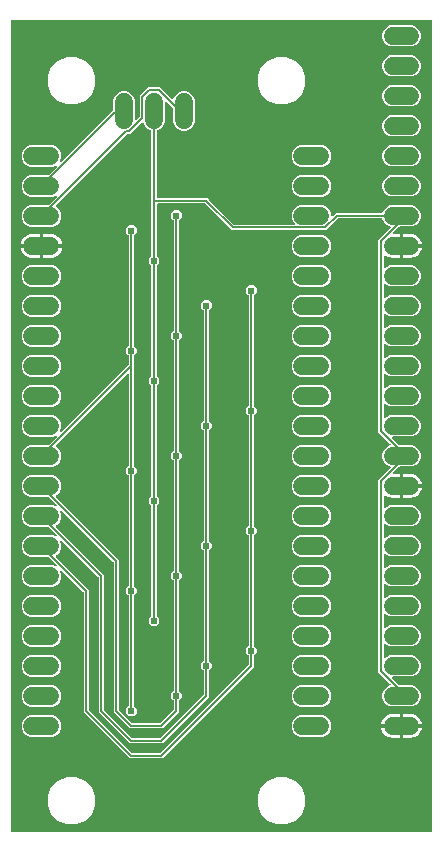
<source format=gbr>
G04 EAGLE Gerber X2 export*
%TF.Part,Single*%
%TF.FileFunction,Copper,L2,Bot,Mixed*%
%TF.FilePolarity,Positive*%
%TF.GenerationSoftware,Autodesk,EAGLE,9.1.0*%
%TF.CreationDate,2018-12-11T14:46:23Z*%
G75*
%MOMM*%
%FSLAX34Y34*%
%LPD*%
%AMOC8*
5,1,8,0,0,1.08239X$1,22.5*%
G01*
%ADD10C,1.500000*%
%ADD11C,1.524000*%
%ADD12C,0.152400*%
%ADD13C,0.604000*%

G36*
X482620Y24642D02*
X482620Y24642D01*
X482639Y24640D01*
X482741Y24662D01*
X482843Y24679D01*
X482860Y24688D01*
X482880Y24692D01*
X482969Y24745D01*
X483060Y24794D01*
X483074Y24808D01*
X483091Y24818D01*
X483158Y24897D01*
X483230Y24972D01*
X483238Y24990D01*
X483251Y25005D01*
X483290Y25101D01*
X483333Y25195D01*
X483335Y25215D01*
X483343Y25233D01*
X483361Y25400D01*
X483361Y711200D01*
X483358Y711220D01*
X483360Y711239D01*
X483338Y711341D01*
X483322Y711443D01*
X483312Y711460D01*
X483308Y711480D01*
X483255Y711569D01*
X483206Y711660D01*
X483192Y711674D01*
X483182Y711691D01*
X483103Y711758D01*
X483028Y711830D01*
X483010Y711838D01*
X482995Y711851D01*
X482899Y711890D01*
X482805Y711933D01*
X482785Y711935D01*
X482767Y711943D01*
X482600Y711961D01*
X127000Y711961D01*
X126980Y711958D01*
X126961Y711960D01*
X126859Y711938D01*
X126757Y711922D01*
X126740Y711912D01*
X126720Y711908D01*
X126631Y711855D01*
X126540Y711806D01*
X126526Y711792D01*
X126509Y711782D01*
X126442Y711703D01*
X126371Y711628D01*
X126362Y711610D01*
X126349Y711595D01*
X126310Y711499D01*
X126267Y711405D01*
X126265Y711385D01*
X126257Y711367D01*
X126239Y711200D01*
X126239Y25400D01*
X126242Y25380D01*
X126240Y25361D01*
X126262Y25259D01*
X126279Y25157D01*
X126288Y25140D01*
X126292Y25120D01*
X126345Y25031D01*
X126394Y24940D01*
X126408Y24926D01*
X126418Y24909D01*
X126497Y24842D01*
X126572Y24771D01*
X126590Y24762D01*
X126605Y24749D01*
X126701Y24710D01*
X126795Y24667D01*
X126815Y24665D01*
X126833Y24657D01*
X127000Y24639D01*
X482600Y24639D01*
X482620Y24642D01*
G37*
%LPC*%
G36*
X447905Y130675D02*
X447905Y130675D01*
X444588Y132049D01*
X442049Y134588D01*
X440675Y137905D01*
X440675Y141495D01*
X442049Y144812D01*
X444588Y147351D01*
X447628Y148610D01*
X447667Y148634D01*
X447710Y148650D01*
X447771Y148699D01*
X447837Y148740D01*
X447866Y148775D01*
X447902Y148804D01*
X447944Y148869D01*
X447994Y148929D01*
X448010Y148972D01*
X448035Y149011D01*
X448054Y149086D01*
X448082Y149159D01*
X448084Y149205D01*
X448095Y149249D01*
X448089Y149327D01*
X448092Y149405D01*
X448080Y149449D01*
X448076Y149494D01*
X448046Y149566D01*
X448024Y149641D01*
X447998Y149678D01*
X447980Y149721D01*
X447894Y149827D01*
X447884Y149843D01*
X447880Y149846D01*
X447875Y149852D01*
X437627Y160099D01*
X437627Y322501D01*
X447875Y332748D01*
X447902Y332786D01*
X447936Y332817D01*
X447973Y332885D01*
X448018Y332948D01*
X448032Y332992D01*
X448054Y333032D01*
X448068Y333109D01*
X448091Y333183D01*
X448090Y333229D01*
X448098Y333274D01*
X448087Y333351D01*
X448084Y333429D01*
X448069Y333472D01*
X448062Y333518D01*
X448027Y333587D01*
X448000Y333660D01*
X447971Y333696D01*
X447951Y333737D01*
X447895Y333791D01*
X447846Y333852D01*
X447808Y333877D01*
X447775Y333909D01*
X447655Y333975D01*
X447639Y333985D01*
X447635Y333986D01*
X447628Y333990D01*
X444588Y335249D01*
X442049Y337788D01*
X440675Y341105D01*
X440675Y344695D01*
X442049Y348012D01*
X444588Y350551D01*
X447628Y351810D01*
X447667Y351834D01*
X447710Y351850D01*
X447771Y351899D01*
X447837Y351940D01*
X447866Y351975D01*
X447902Y352004D01*
X447944Y352069D01*
X447994Y352129D01*
X448010Y352172D01*
X448035Y352211D01*
X448054Y352286D01*
X448082Y352359D01*
X448084Y352405D01*
X448095Y352449D01*
X448089Y352527D01*
X448092Y352605D01*
X448080Y352649D01*
X448076Y352694D01*
X448046Y352766D01*
X448024Y352841D01*
X447998Y352878D01*
X447980Y352921D01*
X447894Y353027D01*
X447884Y353043D01*
X447880Y353046D01*
X447875Y353052D01*
X439190Y361737D01*
X437627Y363299D01*
X437627Y525701D01*
X439190Y527263D01*
X447875Y535948D01*
X447902Y535986D01*
X447936Y536017D01*
X447973Y536085D01*
X448018Y536148D01*
X448032Y536192D01*
X448054Y536232D01*
X448068Y536309D01*
X448091Y536383D01*
X448090Y536429D01*
X448098Y536474D01*
X448087Y536551D01*
X448084Y536629D01*
X448069Y536672D01*
X448062Y536718D01*
X448027Y536787D01*
X448000Y536860D01*
X447971Y536896D01*
X447951Y536937D01*
X447895Y536991D01*
X447846Y537052D01*
X447808Y537077D01*
X447775Y537109D01*
X447655Y537175D01*
X447639Y537185D01*
X447635Y537186D01*
X447628Y537190D01*
X444588Y538449D01*
X442049Y540988D01*
X441074Y543343D01*
X441012Y543442D01*
X440952Y543543D01*
X440947Y543547D01*
X440944Y543552D01*
X440854Y543627D01*
X440765Y543703D01*
X440759Y543705D01*
X440754Y543709D01*
X440646Y543751D01*
X440537Y543795D01*
X440529Y543796D01*
X440525Y543797D01*
X440507Y543798D01*
X440370Y543813D01*
X403892Y543813D01*
X403802Y543799D01*
X403711Y543791D01*
X403681Y543779D01*
X403649Y543774D01*
X403568Y543731D01*
X403484Y543695D01*
X403452Y543669D01*
X403432Y543658D01*
X403430Y543657D01*
X403430Y543656D01*
X403409Y543635D01*
X403353Y543590D01*
X393670Y533907D01*
X313759Y533907D01*
X291376Y556290D01*
X291302Y556343D01*
X291232Y556403D01*
X291202Y556415D01*
X291176Y556434D01*
X291089Y556461D01*
X291004Y556495D01*
X290963Y556499D01*
X290941Y556506D01*
X290909Y556505D01*
X290838Y556513D01*
X250698Y556513D01*
X250678Y556510D01*
X250659Y556512D01*
X250557Y556490D01*
X250455Y556474D01*
X250438Y556464D01*
X250418Y556460D01*
X250329Y556407D01*
X250238Y556358D01*
X250224Y556344D01*
X250207Y556334D01*
X250140Y556255D01*
X250068Y556180D01*
X250060Y556162D01*
X250047Y556147D01*
X250008Y556051D01*
X249965Y555957D01*
X249963Y555937D01*
X249955Y555919D01*
X249937Y555752D01*
X249937Y512456D01*
X249951Y512366D01*
X249959Y512275D01*
X249971Y512245D01*
X249976Y512213D01*
X250019Y512132D01*
X250055Y512048D01*
X250081Y512016D01*
X250092Y511996D01*
X250115Y511974D01*
X250160Y511918D01*
X252195Y509883D01*
X252195Y506117D01*
X250160Y504082D01*
X250107Y504008D01*
X250047Y503939D01*
X250035Y503909D01*
X250016Y503883D01*
X249989Y503796D01*
X249955Y503711D01*
X249951Y503670D01*
X249944Y503648D01*
X249945Y503615D01*
X249937Y503544D01*
X249937Y410856D01*
X249951Y410766D01*
X249959Y410675D01*
X249971Y410645D01*
X249976Y410613D01*
X250019Y410532D01*
X250055Y410448D01*
X250081Y410416D01*
X250092Y410396D01*
X250115Y410374D01*
X250160Y410318D01*
X252195Y408283D01*
X252195Y404517D01*
X250160Y402482D01*
X250107Y402408D01*
X250047Y402339D01*
X250035Y402309D01*
X250016Y402283D01*
X249989Y402196D01*
X249955Y402111D01*
X249951Y402070D01*
X249944Y402048D01*
X249945Y402015D01*
X249937Y401944D01*
X249937Y309256D01*
X249951Y309166D01*
X249959Y309075D01*
X249971Y309045D01*
X249976Y309013D01*
X250019Y308932D01*
X250055Y308848D01*
X250081Y308816D01*
X250092Y308796D01*
X250115Y308774D01*
X250160Y308718D01*
X252195Y306683D01*
X252195Y302917D01*
X250160Y300882D01*
X250107Y300808D01*
X250047Y300739D01*
X250035Y300709D01*
X250016Y300683D01*
X249989Y300596D01*
X249955Y300511D01*
X249951Y300470D01*
X249944Y300448D01*
X249945Y300415D01*
X249937Y300344D01*
X249937Y207656D01*
X249951Y207566D01*
X249959Y207475D01*
X249971Y207445D01*
X249976Y207413D01*
X250019Y207332D01*
X250055Y207248D01*
X250081Y207216D01*
X250092Y207196D01*
X250115Y207174D01*
X250160Y207118D01*
X252195Y205083D01*
X252195Y201317D01*
X249533Y198655D01*
X245767Y198655D01*
X243105Y201317D01*
X243105Y205083D01*
X245140Y207118D01*
X245193Y207192D01*
X245253Y207261D01*
X245265Y207291D01*
X245284Y207317D01*
X245311Y207404D01*
X245345Y207489D01*
X245349Y207530D01*
X245356Y207552D01*
X245355Y207585D01*
X245363Y207656D01*
X245363Y300344D01*
X245349Y300434D01*
X245341Y300525D01*
X245329Y300555D01*
X245324Y300587D01*
X245281Y300668D01*
X245245Y300752D01*
X245219Y300784D01*
X245208Y300804D01*
X245185Y300826D01*
X245140Y300882D01*
X243105Y302917D01*
X243105Y306683D01*
X245140Y308718D01*
X245193Y308792D01*
X245253Y308861D01*
X245265Y308891D01*
X245284Y308917D01*
X245311Y309004D01*
X245345Y309089D01*
X245349Y309130D01*
X245356Y309152D01*
X245355Y309185D01*
X245363Y309256D01*
X245363Y401944D01*
X245349Y402034D01*
X245341Y402125D01*
X245329Y402155D01*
X245324Y402187D01*
X245281Y402268D01*
X245245Y402352D01*
X245219Y402384D01*
X245208Y402404D01*
X245185Y402426D01*
X245140Y402482D01*
X243105Y404517D01*
X243105Y408283D01*
X245140Y410318D01*
X245193Y410392D01*
X245253Y410461D01*
X245265Y410491D01*
X245284Y410517D01*
X245311Y410604D01*
X245345Y410689D01*
X245349Y410730D01*
X245356Y410752D01*
X245355Y410785D01*
X245363Y410856D01*
X245363Y503544D01*
X245349Y503634D01*
X245341Y503725D01*
X245329Y503755D01*
X245324Y503787D01*
X245281Y503868D01*
X245245Y503952D01*
X245219Y503984D01*
X245208Y504004D01*
X245185Y504026D01*
X245140Y504082D01*
X243105Y506117D01*
X243105Y509883D01*
X245140Y511918D01*
X245193Y511992D01*
X245253Y512061D01*
X245265Y512091D01*
X245284Y512117D01*
X245311Y512204D01*
X245345Y512289D01*
X245349Y512330D01*
X245356Y512352D01*
X245355Y512385D01*
X245363Y512456D01*
X245363Y617920D01*
X245344Y618035D01*
X245327Y618151D01*
X245325Y618157D01*
X245324Y618163D01*
X245269Y618266D01*
X245216Y618371D01*
X245211Y618375D01*
X245208Y618380D01*
X245124Y618460D01*
X245040Y618543D01*
X245034Y618546D01*
X245030Y618550D01*
X245013Y618558D01*
X244893Y618624D01*
X242470Y619627D01*
X239897Y622200D01*
X238698Y625096D01*
X238674Y625135D01*
X238658Y625178D01*
X238609Y625239D01*
X238568Y625305D01*
X238533Y625334D01*
X238504Y625370D01*
X238439Y625412D01*
X238379Y625462D01*
X238336Y625478D01*
X238297Y625503D01*
X238222Y625522D01*
X238149Y625550D01*
X238103Y625552D01*
X238059Y625563D01*
X237981Y625557D01*
X237903Y625561D01*
X237859Y625548D01*
X237814Y625544D01*
X237742Y625514D01*
X237667Y625492D01*
X237629Y625466D01*
X237587Y625448D01*
X237481Y625363D01*
X237465Y625352D01*
X237462Y625348D01*
X237456Y625343D01*
X227300Y615187D01*
X225037Y615187D01*
X224946Y615173D01*
X224856Y615165D01*
X224826Y615153D01*
X224794Y615148D01*
X224713Y615105D01*
X224629Y615069D01*
X224597Y615043D01*
X224576Y615032D01*
X224554Y615009D01*
X224498Y614964D01*
X164723Y555189D01*
X164696Y555152D01*
X164663Y555121D01*
X164625Y555053D01*
X164580Y554990D01*
X164566Y554946D01*
X164544Y554905D01*
X164530Y554829D01*
X164507Y554755D01*
X164509Y554709D01*
X164500Y554663D01*
X164512Y554586D01*
X164514Y554509D01*
X164529Y554466D01*
X164536Y554420D01*
X164571Y554351D01*
X164598Y554278D01*
X164627Y554242D01*
X164648Y554201D01*
X164703Y554146D01*
X164752Y554086D01*
X164791Y554061D01*
X164823Y554029D01*
X164943Y553963D01*
X164959Y553953D01*
X164964Y553951D01*
X164970Y553948D01*
X165200Y553853D01*
X167773Y551280D01*
X169165Y547919D01*
X169165Y544281D01*
X167773Y540920D01*
X165200Y538347D01*
X161839Y536955D01*
X142961Y536955D01*
X139600Y538347D01*
X137027Y540920D01*
X135635Y544281D01*
X135635Y547919D01*
X137027Y551280D01*
X139600Y553853D01*
X142961Y555245D01*
X157995Y555245D01*
X158086Y555259D01*
X158176Y555267D01*
X158206Y555279D01*
X158238Y555284D01*
X158319Y555327D01*
X158403Y555363D01*
X158435Y555389D01*
X158456Y555400D01*
X158478Y555423D01*
X158534Y555468D01*
X165248Y562182D01*
X165305Y562261D01*
X165367Y562336D01*
X165377Y562361D01*
X165392Y562382D01*
X165421Y562475D01*
X165455Y562566D01*
X165457Y562592D01*
X165464Y562617D01*
X165462Y562714D01*
X165466Y562812D01*
X165459Y562837D01*
X165458Y562863D01*
X165424Y562955D01*
X165397Y563048D01*
X165382Y563069D01*
X165373Y563094D01*
X165313Y563170D01*
X165257Y563250D01*
X165236Y563266D01*
X165220Y563286D01*
X165138Y563339D01*
X165060Y563397D01*
X165035Y563405D01*
X165013Y563419D01*
X164918Y563443D01*
X164826Y563473D01*
X164800Y563473D01*
X164774Y563479D01*
X164677Y563472D01*
X164580Y563471D01*
X164548Y563461D01*
X164529Y563460D01*
X164499Y563447D01*
X164419Y563424D01*
X161839Y562355D01*
X142961Y562355D01*
X139600Y563747D01*
X137027Y566320D01*
X135635Y569681D01*
X135635Y573319D01*
X137027Y576680D01*
X139600Y579253D01*
X142961Y580645D01*
X157995Y580645D01*
X158086Y580659D01*
X158176Y580667D01*
X158206Y580679D01*
X158238Y580684D01*
X158319Y580727D01*
X158403Y580763D01*
X158435Y580789D01*
X158456Y580800D01*
X158478Y580823D01*
X158534Y580868D01*
X165248Y587582D01*
X165305Y587661D01*
X165367Y587736D01*
X165377Y587761D01*
X165392Y587782D01*
X165420Y587875D01*
X165455Y587966D01*
X165457Y587992D01*
X165464Y588017D01*
X165462Y588114D01*
X165466Y588212D01*
X165459Y588237D01*
X165458Y588263D01*
X165424Y588355D01*
X165397Y588448D01*
X165382Y588469D01*
X165373Y588494D01*
X165312Y588570D01*
X165257Y588650D01*
X165236Y588666D01*
X165220Y588686D01*
X165138Y588739D01*
X165060Y588797D01*
X165035Y588805D01*
X165013Y588819D01*
X164918Y588843D01*
X164826Y588873D01*
X164800Y588873D01*
X164774Y588879D01*
X164677Y588872D01*
X164580Y588871D01*
X164548Y588861D01*
X164529Y588860D01*
X164499Y588847D01*
X164419Y588824D01*
X161839Y587755D01*
X142961Y587755D01*
X139600Y589147D01*
X137027Y591720D01*
X135635Y595081D01*
X135635Y598719D01*
X137027Y602080D01*
X139600Y604653D01*
X142961Y606045D01*
X161839Y606045D01*
X165200Y604653D01*
X167773Y602080D01*
X169165Y598719D01*
X169165Y595081D01*
X168096Y592501D01*
X168074Y592406D01*
X168045Y592313D01*
X168046Y592287D01*
X168040Y592262D01*
X168049Y592165D01*
X168052Y592068D01*
X168061Y592043D01*
X168063Y592017D01*
X168103Y591928D01*
X168136Y591837D01*
X168152Y591816D01*
X168163Y591792D01*
X168229Y591721D01*
X168290Y591644D01*
X168312Y591630D01*
X168329Y591611D01*
X168415Y591564D01*
X168497Y591511D01*
X168522Y591505D01*
X168545Y591492D01*
X168641Y591475D01*
X168735Y591451D01*
X168761Y591453D01*
X168787Y591449D01*
X168884Y591463D01*
X168980Y591471D01*
X169004Y591481D01*
X169030Y591485D01*
X169117Y591529D01*
X169207Y591567D01*
X169232Y591587D01*
X169250Y591596D01*
X169273Y591620D01*
X169338Y591672D01*
X212835Y635169D01*
X212854Y635195D01*
X212916Y635264D01*
X212963Y635331D01*
X212976Y635357D01*
X212995Y635379D01*
X213030Y635467D01*
X213072Y635552D01*
X213076Y635580D01*
X213087Y635607D01*
X213105Y635774D01*
X213105Y644439D01*
X214497Y647800D01*
X217070Y650373D01*
X220431Y651765D01*
X224069Y651765D01*
X227430Y650373D01*
X230003Y647800D01*
X231395Y644439D01*
X231395Y627587D01*
X231406Y627516D01*
X231408Y627445D01*
X231426Y627396D01*
X231434Y627344D01*
X231468Y627281D01*
X231493Y627214D01*
X231525Y627173D01*
X231550Y627127D01*
X231602Y627078D01*
X231646Y627022D01*
X231690Y626994D01*
X231728Y626958D01*
X231793Y626928D01*
X231853Y626889D01*
X231904Y626876D01*
X231951Y626854D01*
X232022Y626846D01*
X232092Y626829D01*
X232144Y626833D01*
X232195Y626827D01*
X232266Y626842D01*
X232337Y626848D01*
X232385Y626868D01*
X232436Y626879D01*
X232497Y626916D01*
X232563Y626944D01*
X232619Y626989D01*
X232647Y627005D01*
X232662Y627023D01*
X232694Y627049D01*
X235234Y629589D01*
X235287Y629663D01*
X235347Y629732D01*
X235359Y629762D01*
X235378Y629789D01*
X235405Y629876D01*
X235439Y629961D01*
X235443Y630001D01*
X235450Y630024D01*
X235449Y630056D01*
X235457Y630127D01*
X235457Y647670D01*
X242600Y654813D01*
X252700Y654813D01*
X262856Y644657D01*
X262894Y644630D01*
X262925Y644596D01*
X262993Y644559D01*
X263056Y644513D01*
X263100Y644500D01*
X263140Y644478D01*
X263217Y644464D01*
X263291Y644441D01*
X263337Y644442D01*
X263382Y644434D01*
X263459Y644445D01*
X263537Y644447D01*
X263580Y644463D01*
X263625Y644470D01*
X263695Y644505D01*
X263768Y644532D01*
X263804Y644561D01*
X263845Y644581D01*
X263899Y644637D01*
X263960Y644686D01*
X263985Y644724D01*
X264017Y644757D01*
X264083Y644877D01*
X264093Y644892D01*
X264094Y644897D01*
X264098Y644904D01*
X265297Y647800D01*
X267870Y650373D01*
X271231Y651765D01*
X274869Y651765D01*
X278230Y650373D01*
X280803Y647800D01*
X282195Y644439D01*
X282195Y625561D01*
X280803Y622200D01*
X278230Y619627D01*
X274869Y618235D01*
X271231Y618235D01*
X267870Y619627D01*
X265297Y622200D01*
X263905Y625561D01*
X263905Y636825D01*
X263891Y636915D01*
X263883Y637006D01*
X263871Y637036D01*
X263866Y637067D01*
X263823Y637148D01*
X263787Y637232D01*
X263761Y637264D01*
X263750Y637285D01*
X263727Y637307D01*
X263682Y637363D01*
X258094Y642951D01*
X258036Y642993D01*
X257984Y643042D01*
X257937Y643064D01*
X257895Y643095D01*
X257826Y643116D01*
X257761Y643146D01*
X257709Y643152D01*
X257659Y643167D01*
X257588Y643165D01*
X257517Y643173D01*
X257466Y643162D01*
X257414Y643161D01*
X257346Y643136D01*
X257276Y643121D01*
X257231Y643094D01*
X257183Y643076D01*
X257127Y643031D01*
X257065Y642995D01*
X257031Y642955D01*
X256991Y642922D01*
X256952Y642862D01*
X256905Y642808D01*
X256886Y642759D01*
X256858Y642716D01*
X256840Y642646D01*
X256813Y642580D01*
X256805Y642508D01*
X256797Y642477D01*
X256799Y642454D01*
X256795Y642413D01*
X256795Y625561D01*
X255403Y622200D01*
X252830Y619627D01*
X250407Y618624D01*
X250307Y618562D01*
X250207Y618502D01*
X250203Y618497D01*
X250198Y618494D01*
X250123Y618404D01*
X250047Y618315D01*
X250045Y618309D01*
X250041Y618305D01*
X249999Y618196D01*
X249955Y618087D01*
X249954Y618080D01*
X249953Y618075D01*
X249952Y618057D01*
X249937Y617920D01*
X249937Y561848D01*
X249940Y561828D01*
X249938Y561809D01*
X249960Y561707D01*
X249976Y561605D01*
X249986Y561588D01*
X249990Y561568D01*
X250043Y561479D01*
X250092Y561388D01*
X250106Y561374D01*
X250116Y561357D01*
X250195Y561290D01*
X250270Y561218D01*
X250288Y561210D01*
X250303Y561197D01*
X250399Y561158D01*
X250493Y561115D01*
X250513Y561113D01*
X250531Y561105D01*
X250698Y561087D01*
X293047Y561087D01*
X294610Y559524D01*
X315430Y538704D01*
X315504Y538651D01*
X315574Y538591D01*
X315604Y538579D01*
X315630Y538560D01*
X315717Y538533D01*
X315802Y538499D01*
X315843Y538495D01*
X315865Y538488D01*
X315897Y538489D01*
X315969Y538481D01*
X366229Y538481D01*
X366300Y538492D01*
X366371Y538494D01*
X366420Y538512D01*
X366472Y538520D01*
X366535Y538554D01*
X366602Y538579D01*
X366643Y538611D01*
X366689Y538636D01*
X366738Y538688D01*
X366794Y538732D01*
X366823Y538776D01*
X366858Y538814D01*
X366889Y538879D01*
X366927Y538939D01*
X366940Y538990D01*
X366962Y539037D01*
X366970Y539108D01*
X366987Y539178D01*
X366983Y539230D01*
X366989Y539281D01*
X366974Y539352D01*
X366968Y539423D01*
X366948Y539471D01*
X366937Y539522D01*
X366900Y539583D01*
X366872Y539649D01*
X366827Y539705D01*
X366811Y539733D01*
X366809Y539734D01*
X366809Y539735D01*
X366792Y539749D01*
X366767Y539780D01*
X365627Y540920D01*
X364235Y544281D01*
X364235Y547919D01*
X365627Y551280D01*
X368200Y553853D01*
X371561Y555245D01*
X390439Y555245D01*
X393800Y553853D01*
X396373Y551280D01*
X397765Y547919D01*
X397765Y546307D01*
X397776Y546236D01*
X397778Y546165D01*
X397796Y546116D01*
X397804Y546064D01*
X397838Y546001D01*
X397863Y545934D01*
X397895Y545893D01*
X397920Y545847D01*
X397972Y545798D01*
X398016Y545742D01*
X398060Y545714D01*
X398098Y545678D01*
X398163Y545648D01*
X398223Y545609D01*
X398274Y545596D01*
X398321Y545574D01*
X398392Y545566D01*
X398462Y545549D01*
X398514Y545553D01*
X398565Y545547D01*
X398636Y545562D01*
X398707Y545568D01*
X398755Y545588D01*
X398806Y545599D01*
X398867Y545636D01*
X398933Y545664D01*
X398989Y545709D01*
X399017Y545725D01*
X399032Y545743D01*
X399064Y545769D01*
X401682Y548387D01*
X440370Y548387D01*
X440485Y548406D01*
X440601Y548423D01*
X440607Y548425D01*
X440613Y548426D01*
X440716Y548481D01*
X440820Y548534D01*
X440825Y548539D01*
X440830Y548542D01*
X440910Y548626D01*
X440993Y548710D01*
X440996Y548716D01*
X441000Y548720D01*
X441008Y548737D01*
X441074Y548857D01*
X442049Y551212D01*
X444588Y553751D01*
X447905Y555125D01*
X466495Y555125D01*
X469812Y553751D01*
X472351Y551212D01*
X473725Y547895D01*
X473725Y544305D01*
X472351Y540988D01*
X469812Y538449D01*
X466495Y537075D01*
X455785Y537075D01*
X455695Y537061D01*
X455604Y537053D01*
X455574Y537041D01*
X455542Y537036D01*
X455462Y536993D01*
X455378Y536957D01*
X455346Y536931D01*
X455325Y536920D01*
X455303Y536897D01*
X455247Y536852D01*
X450435Y532040D01*
X450393Y531982D01*
X450343Y531930D01*
X450322Y531883D01*
X450291Y531841D01*
X450270Y531772D01*
X450240Y531707D01*
X450234Y531655D01*
X450219Y531605D01*
X450221Y531534D01*
X450213Y531463D01*
X450224Y531412D01*
X450225Y531360D01*
X450250Y531292D01*
X450265Y531222D01*
X450292Y531177D01*
X450310Y531129D01*
X450354Y531073D01*
X450391Y531011D01*
X450431Y530977D01*
X450463Y530937D01*
X450524Y530898D01*
X450578Y530851D01*
X450626Y530832D01*
X450670Y530804D01*
X450740Y530786D01*
X450806Y530759D01*
X450878Y530751D01*
X450909Y530743D01*
X450932Y530745D01*
X450973Y530741D01*
X455677Y530741D01*
X455677Y521462D01*
X455680Y521442D01*
X455678Y521423D01*
X455700Y521321D01*
X455717Y521219D01*
X455726Y521202D01*
X455730Y521182D01*
X455783Y521093D01*
X455832Y521002D01*
X455846Y520988D01*
X455856Y520971D01*
X455935Y520904D01*
X456010Y520833D01*
X456028Y520824D01*
X456043Y520811D01*
X456139Y520773D01*
X456233Y520729D01*
X456253Y520727D01*
X456271Y520719D01*
X456438Y520701D01*
X457201Y520701D01*
X457201Y520699D01*
X456438Y520699D01*
X456418Y520696D01*
X456399Y520698D01*
X456297Y520676D01*
X456195Y520659D01*
X456178Y520650D01*
X456158Y520646D01*
X456069Y520593D01*
X455978Y520544D01*
X455964Y520530D01*
X455947Y520520D01*
X455880Y520441D01*
X455809Y520366D01*
X455800Y520348D01*
X455787Y520333D01*
X455748Y520237D01*
X455705Y520143D01*
X455703Y520123D01*
X455695Y520105D01*
X455677Y519938D01*
X455677Y510659D01*
X448910Y510659D01*
X447349Y510906D01*
X445846Y511395D01*
X444437Y512112D01*
X443409Y512859D01*
X443399Y512865D01*
X443390Y512873D01*
X443289Y512920D01*
X443190Y512970D01*
X443178Y512972D01*
X443167Y512977D01*
X443056Y512989D01*
X442946Y513005D01*
X442934Y513002D01*
X442923Y513004D01*
X442814Y512980D01*
X442704Y512960D01*
X442694Y512954D01*
X442682Y512951D01*
X442587Y512894D01*
X442489Y512840D01*
X442481Y512831D01*
X442471Y512825D01*
X442399Y512741D01*
X442324Y512658D01*
X442319Y512648D01*
X442311Y512638D01*
X442269Y512535D01*
X442225Y512433D01*
X442224Y512421D01*
X442219Y512410D01*
X442201Y512243D01*
X442201Y502401D01*
X442212Y502331D01*
X442214Y502259D01*
X442232Y502210D01*
X442240Y502159D01*
X442274Y502095D01*
X442299Y502028D01*
X442331Y501987D01*
X442356Y501941D01*
X442408Y501892D01*
X442452Y501836D01*
X442496Y501808D01*
X442534Y501772D01*
X442599Y501742D01*
X442659Y501703D01*
X442710Y501690D01*
X442757Y501668D01*
X442828Y501660D01*
X442898Y501643D01*
X442950Y501647D01*
X443001Y501641D01*
X443072Y501656D01*
X443143Y501662D01*
X443191Y501682D01*
X443242Y501693D01*
X443303Y501730D01*
X443369Y501758D01*
X443425Y501803D01*
X443453Y501820D01*
X443468Y501837D01*
X443500Y501863D01*
X444588Y502951D01*
X447905Y504325D01*
X466495Y504325D01*
X469812Y502951D01*
X472351Y500412D01*
X473725Y497095D01*
X473725Y493505D01*
X472351Y490188D01*
X469812Y487649D01*
X466495Y486275D01*
X447905Y486275D01*
X444588Y487649D01*
X443500Y488737D01*
X443442Y488779D01*
X443390Y488828D01*
X443343Y488850D01*
X443301Y488880D01*
X443232Y488901D01*
X443167Y488932D01*
X443115Y488937D01*
X443065Y488953D01*
X442994Y488951D01*
X442923Y488959D01*
X442872Y488948D01*
X442820Y488946D01*
X442752Y488922D01*
X442682Y488907D01*
X442637Y488880D01*
X442589Y488862D01*
X442533Y488817D01*
X442471Y488780D01*
X442437Y488741D01*
X442397Y488708D01*
X442358Y488648D01*
X442311Y488593D01*
X442292Y488545D01*
X442264Y488501D01*
X442246Y488432D01*
X442219Y488365D01*
X442211Y488294D01*
X442203Y488263D01*
X442205Y488239D01*
X442201Y488199D01*
X442201Y477001D01*
X442212Y476931D01*
X442214Y476859D01*
X442232Y476810D01*
X442240Y476759D01*
X442274Y476695D01*
X442299Y476628D01*
X442331Y476587D01*
X442356Y476541D01*
X442408Y476492D01*
X442452Y476436D01*
X442496Y476408D01*
X442534Y476372D01*
X442599Y476342D01*
X442659Y476303D01*
X442710Y476290D01*
X442757Y476268D01*
X442828Y476260D01*
X442898Y476243D01*
X442950Y476247D01*
X443001Y476241D01*
X443072Y476256D01*
X443143Y476262D01*
X443191Y476282D01*
X443242Y476293D01*
X443303Y476330D01*
X443369Y476358D01*
X443425Y476403D01*
X443453Y476420D01*
X443468Y476437D01*
X443500Y476463D01*
X444588Y477551D01*
X447905Y478925D01*
X466495Y478925D01*
X469812Y477551D01*
X472351Y475012D01*
X473725Y471695D01*
X473725Y468105D01*
X472351Y464788D01*
X469812Y462249D01*
X466495Y460875D01*
X447905Y460875D01*
X444588Y462249D01*
X443500Y463337D01*
X443442Y463379D01*
X443390Y463428D01*
X443343Y463450D01*
X443301Y463480D01*
X443232Y463501D01*
X443167Y463532D01*
X443115Y463537D01*
X443065Y463553D01*
X442994Y463551D01*
X442923Y463559D01*
X442872Y463548D01*
X442820Y463546D01*
X442752Y463522D01*
X442682Y463507D01*
X442637Y463480D01*
X442589Y463462D01*
X442533Y463417D01*
X442471Y463380D01*
X442437Y463341D01*
X442397Y463308D01*
X442358Y463248D01*
X442311Y463193D01*
X442292Y463145D01*
X442264Y463101D01*
X442246Y463032D01*
X442219Y462965D01*
X442211Y462894D01*
X442203Y462863D01*
X442205Y462839D01*
X442201Y462799D01*
X442201Y451601D01*
X442212Y451531D01*
X442214Y451459D01*
X442232Y451410D01*
X442240Y451359D01*
X442274Y451295D01*
X442299Y451228D01*
X442331Y451187D01*
X442356Y451141D01*
X442408Y451092D01*
X442452Y451036D01*
X442496Y451008D01*
X442534Y450972D01*
X442599Y450942D01*
X442659Y450903D01*
X442710Y450890D01*
X442757Y450868D01*
X442828Y450860D01*
X442898Y450843D01*
X442950Y450847D01*
X443001Y450841D01*
X443072Y450856D01*
X443143Y450862D01*
X443191Y450882D01*
X443242Y450893D01*
X443303Y450930D01*
X443369Y450958D01*
X443425Y451003D01*
X443453Y451020D01*
X443468Y451037D01*
X443500Y451063D01*
X444588Y452151D01*
X447905Y453525D01*
X466495Y453525D01*
X469812Y452151D01*
X472351Y449612D01*
X473725Y446295D01*
X473725Y442705D01*
X472351Y439388D01*
X469812Y436849D01*
X466495Y435475D01*
X447905Y435475D01*
X444588Y436849D01*
X443500Y437937D01*
X443442Y437979D01*
X443390Y438028D01*
X443343Y438050D01*
X443301Y438080D01*
X443232Y438101D01*
X443167Y438132D01*
X443115Y438137D01*
X443065Y438153D01*
X442994Y438151D01*
X442923Y438159D01*
X442872Y438148D01*
X442820Y438146D01*
X442752Y438122D01*
X442682Y438107D01*
X442637Y438080D01*
X442589Y438062D01*
X442533Y438017D01*
X442471Y437980D01*
X442437Y437941D01*
X442397Y437908D01*
X442358Y437848D01*
X442311Y437793D01*
X442292Y437745D01*
X442264Y437701D01*
X442246Y437632D01*
X442219Y437565D01*
X442211Y437494D01*
X442203Y437463D01*
X442205Y437439D01*
X442201Y437399D01*
X442201Y426201D01*
X442212Y426131D01*
X442214Y426059D01*
X442232Y426010D01*
X442240Y425959D01*
X442274Y425895D01*
X442299Y425828D01*
X442331Y425787D01*
X442356Y425741D01*
X442408Y425692D01*
X442452Y425636D01*
X442496Y425608D01*
X442534Y425572D01*
X442599Y425542D01*
X442659Y425503D01*
X442710Y425490D01*
X442757Y425468D01*
X442828Y425460D01*
X442898Y425443D01*
X442950Y425447D01*
X443001Y425441D01*
X443072Y425456D01*
X443143Y425462D01*
X443191Y425482D01*
X443242Y425493D01*
X443303Y425530D01*
X443369Y425558D01*
X443425Y425603D01*
X443453Y425620D01*
X443468Y425637D01*
X443500Y425663D01*
X444588Y426751D01*
X447905Y428125D01*
X466495Y428125D01*
X469812Y426751D01*
X472351Y424212D01*
X473725Y420895D01*
X473725Y417305D01*
X472351Y413988D01*
X469812Y411449D01*
X466495Y410075D01*
X447905Y410075D01*
X444588Y411449D01*
X443500Y412537D01*
X443442Y412579D01*
X443390Y412628D01*
X443343Y412650D01*
X443301Y412680D01*
X443232Y412701D01*
X443167Y412732D01*
X443115Y412737D01*
X443065Y412753D01*
X442994Y412751D01*
X442923Y412759D01*
X442872Y412748D01*
X442820Y412746D01*
X442752Y412722D01*
X442682Y412707D01*
X442637Y412680D01*
X442589Y412662D01*
X442533Y412617D01*
X442471Y412580D01*
X442437Y412541D01*
X442397Y412508D01*
X442358Y412448D01*
X442311Y412393D01*
X442292Y412345D01*
X442264Y412301D01*
X442246Y412232D01*
X442219Y412165D01*
X442211Y412094D01*
X442203Y412063D01*
X442205Y412039D01*
X442201Y411999D01*
X442201Y400801D01*
X442212Y400731D01*
X442214Y400659D01*
X442232Y400610D01*
X442240Y400559D01*
X442274Y400495D01*
X442299Y400428D01*
X442331Y400387D01*
X442356Y400341D01*
X442408Y400292D01*
X442452Y400236D01*
X442496Y400208D01*
X442534Y400172D01*
X442599Y400142D01*
X442659Y400103D01*
X442710Y400090D01*
X442757Y400068D01*
X442828Y400060D01*
X442898Y400043D01*
X442950Y400047D01*
X443001Y400041D01*
X443072Y400056D01*
X443143Y400062D01*
X443191Y400082D01*
X443242Y400093D01*
X443303Y400130D01*
X443369Y400158D01*
X443425Y400203D01*
X443453Y400220D01*
X443468Y400237D01*
X443500Y400263D01*
X444588Y401351D01*
X447905Y402725D01*
X466495Y402725D01*
X469812Y401351D01*
X472351Y398812D01*
X473725Y395495D01*
X473725Y391905D01*
X472351Y388588D01*
X469812Y386049D01*
X466495Y384675D01*
X447905Y384675D01*
X444588Y386049D01*
X443500Y387137D01*
X443442Y387179D01*
X443390Y387228D01*
X443343Y387250D01*
X443301Y387280D01*
X443232Y387301D01*
X443167Y387332D01*
X443115Y387337D01*
X443065Y387353D01*
X442994Y387351D01*
X442923Y387359D01*
X442872Y387348D01*
X442820Y387346D01*
X442752Y387322D01*
X442682Y387307D01*
X442637Y387280D01*
X442589Y387262D01*
X442533Y387217D01*
X442471Y387180D01*
X442437Y387141D01*
X442397Y387108D01*
X442358Y387048D01*
X442311Y386993D01*
X442292Y386945D01*
X442264Y386901D01*
X442246Y386832D01*
X442219Y386765D01*
X442211Y386694D01*
X442203Y386663D01*
X442205Y386639D01*
X442201Y386599D01*
X442201Y375401D01*
X442212Y375331D01*
X442214Y375259D01*
X442232Y375210D01*
X442240Y375159D01*
X442274Y375095D01*
X442299Y375028D01*
X442331Y374987D01*
X442356Y374941D01*
X442408Y374892D01*
X442452Y374836D01*
X442496Y374808D01*
X442534Y374772D01*
X442599Y374742D01*
X442659Y374703D01*
X442710Y374690D01*
X442757Y374668D01*
X442828Y374660D01*
X442898Y374643D01*
X442950Y374647D01*
X443001Y374641D01*
X443072Y374656D01*
X443143Y374662D01*
X443191Y374682D01*
X443242Y374693D01*
X443303Y374730D01*
X443369Y374758D01*
X443425Y374803D01*
X443453Y374820D01*
X443468Y374837D01*
X443500Y374863D01*
X444588Y375951D01*
X447905Y377325D01*
X466495Y377325D01*
X469812Y375951D01*
X472351Y373412D01*
X473725Y370095D01*
X473725Y366505D01*
X472351Y363188D01*
X469812Y360649D01*
X466495Y359275D01*
X449957Y359275D01*
X449886Y359264D01*
X449815Y359262D01*
X449766Y359244D01*
X449714Y359236D01*
X449651Y359202D01*
X449584Y359177D01*
X449543Y359145D01*
X449497Y359120D01*
X449448Y359069D01*
X449391Y359024D01*
X449363Y358980D01*
X449327Y358942D01*
X449297Y358877D01*
X449258Y358817D01*
X449246Y358766D01*
X449224Y358719D01*
X449216Y358648D01*
X449198Y358578D01*
X449202Y358526D01*
X449197Y358475D01*
X449212Y358404D01*
X449218Y358333D01*
X449238Y358285D01*
X449249Y358234D01*
X449286Y358173D01*
X449314Y358107D01*
X449359Y358051D01*
X449375Y358023D01*
X449393Y358008D01*
X449419Y357976D01*
X455247Y352148D01*
X455321Y352095D01*
X455390Y352035D01*
X455420Y352023D01*
X455446Y352004D01*
X455533Y351977D01*
X455618Y351943D01*
X455659Y351939D01*
X455682Y351932D01*
X455714Y351933D01*
X455785Y351925D01*
X466495Y351925D01*
X469812Y350551D01*
X472351Y348012D01*
X473725Y344695D01*
X473725Y341105D01*
X472351Y337788D01*
X469812Y335249D01*
X466495Y333875D01*
X455785Y333875D01*
X455695Y333861D01*
X455604Y333853D01*
X455574Y333841D01*
X455542Y333836D01*
X455462Y333793D01*
X455378Y333757D01*
X455346Y333731D01*
X455325Y333720D01*
X455303Y333697D01*
X455247Y333652D01*
X450435Y328840D01*
X450393Y328782D01*
X450343Y328730D01*
X450322Y328683D01*
X450291Y328641D01*
X450270Y328572D01*
X450240Y328507D01*
X450234Y328455D01*
X450219Y328405D01*
X450221Y328334D01*
X450213Y328263D01*
X450224Y328212D01*
X450225Y328160D01*
X450250Y328092D01*
X450265Y328022D01*
X450292Y327977D01*
X450310Y327929D01*
X450354Y327873D01*
X450391Y327811D01*
X450431Y327777D01*
X450463Y327737D01*
X450524Y327698D01*
X450578Y327651D01*
X450626Y327632D01*
X450670Y327604D01*
X450740Y327586D01*
X450806Y327559D01*
X450878Y327551D01*
X450909Y327543D01*
X450932Y327545D01*
X450973Y327541D01*
X455677Y327541D01*
X455677Y318262D01*
X455680Y318242D01*
X455678Y318223D01*
X455700Y318121D01*
X455717Y318019D01*
X455726Y318002D01*
X455730Y317982D01*
X455783Y317893D01*
X455832Y317802D01*
X455846Y317788D01*
X455856Y317771D01*
X455935Y317704D01*
X456010Y317633D01*
X456028Y317624D01*
X456043Y317611D01*
X456139Y317573D01*
X456233Y317529D01*
X456253Y317527D01*
X456271Y317519D01*
X456438Y317501D01*
X457201Y317501D01*
X457201Y317499D01*
X456438Y317499D01*
X456418Y317496D01*
X456399Y317498D01*
X456297Y317476D01*
X456195Y317459D01*
X456178Y317450D01*
X456158Y317446D01*
X456069Y317393D01*
X455978Y317344D01*
X455964Y317330D01*
X455947Y317320D01*
X455880Y317241D01*
X455809Y317166D01*
X455800Y317148D01*
X455787Y317133D01*
X455748Y317037D01*
X455705Y316943D01*
X455703Y316923D01*
X455695Y316905D01*
X455677Y316738D01*
X455677Y307459D01*
X448910Y307459D01*
X447349Y307706D01*
X445846Y308195D01*
X444437Y308912D01*
X443409Y309659D01*
X443399Y309665D01*
X443390Y309673D01*
X443289Y309720D01*
X443190Y309770D01*
X443178Y309772D01*
X443167Y309777D01*
X443056Y309789D01*
X442946Y309805D01*
X442934Y309802D01*
X442923Y309804D01*
X442814Y309780D01*
X442704Y309760D01*
X442694Y309754D01*
X442682Y309751D01*
X442587Y309694D01*
X442489Y309640D01*
X442481Y309631D01*
X442471Y309625D01*
X442399Y309541D01*
X442324Y309458D01*
X442319Y309448D01*
X442311Y309438D01*
X442269Y309335D01*
X442225Y309233D01*
X442224Y309221D01*
X442219Y309210D01*
X442201Y309043D01*
X442201Y299201D01*
X442212Y299131D01*
X442214Y299059D01*
X442232Y299010D01*
X442240Y298959D01*
X442274Y298895D01*
X442299Y298828D01*
X442331Y298787D01*
X442356Y298741D01*
X442408Y298692D01*
X442452Y298636D01*
X442496Y298608D01*
X442534Y298572D01*
X442599Y298542D01*
X442659Y298503D01*
X442710Y298490D01*
X442757Y298468D01*
X442828Y298460D01*
X442898Y298443D01*
X442950Y298447D01*
X443001Y298441D01*
X443072Y298456D01*
X443143Y298462D01*
X443191Y298482D01*
X443242Y298493D01*
X443303Y298530D01*
X443369Y298558D01*
X443425Y298603D01*
X443453Y298620D01*
X443468Y298637D01*
X443500Y298663D01*
X444588Y299751D01*
X447905Y301125D01*
X466495Y301125D01*
X469812Y299751D01*
X472351Y297212D01*
X473725Y293895D01*
X473725Y290305D01*
X472351Y286988D01*
X469812Y284449D01*
X466495Y283075D01*
X447905Y283075D01*
X444588Y284449D01*
X443500Y285537D01*
X443442Y285579D01*
X443390Y285628D01*
X443343Y285650D01*
X443301Y285680D01*
X443232Y285701D01*
X443167Y285732D01*
X443115Y285737D01*
X443065Y285753D01*
X442994Y285751D01*
X442923Y285759D01*
X442872Y285748D01*
X442820Y285746D01*
X442752Y285722D01*
X442682Y285707D01*
X442637Y285680D01*
X442589Y285662D01*
X442533Y285617D01*
X442471Y285580D01*
X442437Y285541D01*
X442397Y285508D01*
X442358Y285448D01*
X442311Y285393D01*
X442292Y285345D01*
X442264Y285301D01*
X442246Y285232D01*
X442235Y285205D01*
X442229Y285191D01*
X442229Y285188D01*
X442219Y285165D01*
X442211Y285094D01*
X442203Y285063D01*
X442205Y285039D01*
X442201Y284999D01*
X442201Y273801D01*
X442212Y273731D01*
X442214Y273659D01*
X442232Y273610D01*
X442240Y273559D01*
X442274Y273495D01*
X442299Y273428D01*
X442331Y273387D01*
X442356Y273341D01*
X442408Y273292D01*
X442452Y273236D01*
X442496Y273208D01*
X442534Y273172D01*
X442599Y273142D01*
X442659Y273103D01*
X442710Y273090D01*
X442757Y273068D01*
X442828Y273060D01*
X442898Y273043D01*
X442950Y273047D01*
X443001Y273041D01*
X443072Y273056D01*
X443143Y273062D01*
X443191Y273082D01*
X443242Y273093D01*
X443303Y273130D01*
X443369Y273158D01*
X443425Y273203D01*
X443453Y273220D01*
X443468Y273237D01*
X443500Y273263D01*
X444588Y274351D01*
X447905Y275725D01*
X466495Y275725D01*
X469812Y274351D01*
X472351Y271812D01*
X473725Y268495D01*
X473725Y264905D01*
X472351Y261588D01*
X469812Y259049D01*
X466495Y257675D01*
X447905Y257675D01*
X444588Y259049D01*
X443500Y260137D01*
X443442Y260179D01*
X443390Y260228D01*
X443343Y260250D01*
X443301Y260280D01*
X443232Y260301D01*
X443167Y260332D01*
X443115Y260337D01*
X443065Y260353D01*
X442994Y260351D01*
X442923Y260359D01*
X442872Y260348D01*
X442820Y260346D01*
X442752Y260322D01*
X442682Y260307D01*
X442637Y260280D01*
X442589Y260262D01*
X442533Y260217D01*
X442471Y260180D01*
X442437Y260141D01*
X442397Y260108D01*
X442358Y260048D01*
X442311Y259993D01*
X442292Y259945D01*
X442264Y259901D01*
X442246Y259832D01*
X442219Y259765D01*
X442211Y259694D01*
X442203Y259663D01*
X442205Y259639D01*
X442201Y259599D01*
X442201Y248401D01*
X442212Y248331D01*
X442214Y248259D01*
X442232Y248210D01*
X442240Y248159D01*
X442274Y248095D01*
X442299Y248028D01*
X442331Y247987D01*
X442356Y247941D01*
X442408Y247892D01*
X442452Y247836D01*
X442496Y247808D01*
X442534Y247772D01*
X442599Y247742D01*
X442659Y247703D01*
X442710Y247690D01*
X442757Y247668D01*
X442828Y247660D01*
X442898Y247643D01*
X442950Y247647D01*
X443001Y247641D01*
X443072Y247656D01*
X443143Y247662D01*
X443191Y247682D01*
X443242Y247693D01*
X443303Y247730D01*
X443369Y247758D01*
X443425Y247803D01*
X443453Y247820D01*
X443468Y247837D01*
X443500Y247863D01*
X444588Y248951D01*
X447905Y250325D01*
X466495Y250325D01*
X469812Y248951D01*
X472351Y246412D01*
X473725Y243095D01*
X473725Y239505D01*
X472351Y236188D01*
X469812Y233649D01*
X466495Y232275D01*
X447905Y232275D01*
X444588Y233649D01*
X443500Y234737D01*
X443442Y234779D01*
X443390Y234828D01*
X443343Y234850D01*
X443301Y234880D01*
X443232Y234901D01*
X443167Y234932D01*
X443115Y234937D01*
X443065Y234953D01*
X442994Y234951D01*
X442923Y234959D01*
X442872Y234948D01*
X442820Y234946D01*
X442752Y234922D01*
X442682Y234907D01*
X442637Y234880D01*
X442589Y234862D01*
X442533Y234817D01*
X442471Y234780D01*
X442437Y234741D01*
X442397Y234708D01*
X442358Y234648D01*
X442311Y234593D01*
X442292Y234545D01*
X442264Y234501D01*
X442246Y234432D01*
X442219Y234365D01*
X442211Y234294D01*
X442203Y234263D01*
X442205Y234239D01*
X442201Y234199D01*
X442201Y223001D01*
X442212Y222931D01*
X442214Y222859D01*
X442232Y222810D01*
X442240Y222759D01*
X442274Y222695D01*
X442299Y222628D01*
X442331Y222587D01*
X442356Y222541D01*
X442408Y222492D01*
X442452Y222436D01*
X442496Y222408D01*
X442534Y222372D01*
X442599Y222342D01*
X442659Y222303D01*
X442710Y222290D01*
X442757Y222268D01*
X442828Y222260D01*
X442898Y222243D01*
X442950Y222247D01*
X443001Y222241D01*
X443072Y222256D01*
X443143Y222262D01*
X443191Y222282D01*
X443242Y222293D01*
X443303Y222330D01*
X443369Y222358D01*
X443425Y222403D01*
X443453Y222420D01*
X443468Y222437D01*
X443500Y222463D01*
X444588Y223551D01*
X447905Y224925D01*
X466495Y224925D01*
X469812Y223551D01*
X472351Y221012D01*
X473725Y217695D01*
X473725Y214105D01*
X472351Y210788D01*
X469812Y208249D01*
X466495Y206875D01*
X447905Y206875D01*
X444588Y208249D01*
X443500Y209337D01*
X443442Y209379D01*
X443390Y209428D01*
X443343Y209450D01*
X443301Y209480D01*
X443232Y209501D01*
X443167Y209532D01*
X443115Y209537D01*
X443065Y209553D01*
X442994Y209551D01*
X442923Y209559D01*
X442872Y209548D01*
X442820Y209546D01*
X442752Y209522D01*
X442682Y209507D01*
X442637Y209480D01*
X442589Y209462D01*
X442533Y209417D01*
X442471Y209380D01*
X442437Y209341D01*
X442397Y209308D01*
X442358Y209248D01*
X442311Y209193D01*
X442292Y209145D01*
X442264Y209101D01*
X442246Y209032D01*
X442219Y208965D01*
X442211Y208894D01*
X442203Y208863D01*
X442205Y208839D01*
X442201Y208799D01*
X442201Y197601D01*
X442212Y197531D01*
X442214Y197459D01*
X442232Y197410D01*
X442240Y197359D01*
X442274Y197295D01*
X442299Y197228D01*
X442331Y197187D01*
X442356Y197141D01*
X442408Y197092D01*
X442452Y197036D01*
X442496Y197008D01*
X442534Y196972D01*
X442599Y196942D01*
X442659Y196903D01*
X442710Y196890D01*
X442757Y196868D01*
X442828Y196860D01*
X442898Y196843D01*
X442950Y196847D01*
X443001Y196841D01*
X443072Y196856D01*
X443143Y196862D01*
X443191Y196882D01*
X443242Y196893D01*
X443303Y196930D01*
X443369Y196958D01*
X443425Y197003D01*
X443453Y197020D01*
X443468Y197037D01*
X443500Y197063D01*
X444588Y198151D01*
X447905Y199525D01*
X466495Y199525D01*
X469812Y198151D01*
X472351Y195612D01*
X473725Y192295D01*
X473725Y188705D01*
X472351Y185388D01*
X469812Y182849D01*
X466495Y181475D01*
X447905Y181475D01*
X444588Y182849D01*
X443500Y183937D01*
X443442Y183979D01*
X443390Y184028D01*
X443343Y184050D01*
X443301Y184080D01*
X443232Y184101D01*
X443167Y184132D01*
X443115Y184137D01*
X443065Y184153D01*
X442994Y184151D01*
X442923Y184159D01*
X442872Y184148D01*
X442820Y184146D01*
X442752Y184122D01*
X442682Y184107D01*
X442637Y184080D01*
X442589Y184062D01*
X442533Y184017D01*
X442471Y183980D01*
X442437Y183941D01*
X442397Y183908D01*
X442358Y183848D01*
X442311Y183793D01*
X442292Y183745D01*
X442264Y183701D01*
X442246Y183632D01*
X442219Y183565D01*
X442211Y183494D01*
X442203Y183463D01*
X442205Y183439D01*
X442201Y183399D01*
X442201Y172201D01*
X442212Y172131D01*
X442214Y172059D01*
X442232Y172010D01*
X442240Y171959D01*
X442274Y171895D01*
X442299Y171828D01*
X442331Y171787D01*
X442356Y171741D01*
X442408Y171692D01*
X442452Y171636D01*
X442496Y171608D01*
X442534Y171572D01*
X442599Y171542D01*
X442659Y171503D01*
X442710Y171490D01*
X442757Y171468D01*
X442828Y171460D01*
X442898Y171443D01*
X442950Y171447D01*
X443001Y171441D01*
X443072Y171456D01*
X443143Y171462D01*
X443191Y171482D01*
X443242Y171493D01*
X443303Y171530D01*
X443369Y171558D01*
X443425Y171603D01*
X443453Y171620D01*
X443468Y171637D01*
X443500Y171663D01*
X444588Y172751D01*
X447905Y174125D01*
X466495Y174125D01*
X469812Y172751D01*
X472351Y170212D01*
X473725Y166895D01*
X473725Y163305D01*
X472351Y159988D01*
X469812Y157449D01*
X466495Y156075D01*
X449957Y156075D01*
X449886Y156064D01*
X449815Y156062D01*
X449766Y156044D01*
X449714Y156036D01*
X449651Y156002D01*
X449584Y155977D01*
X449543Y155945D01*
X449497Y155920D01*
X449447Y155868D01*
X449391Y155824D01*
X449363Y155780D01*
X449327Y155742D01*
X449297Y155677D01*
X449258Y155617D01*
X449246Y155566D01*
X449224Y155519D01*
X449216Y155448D01*
X449198Y155378D01*
X449202Y155326D01*
X449197Y155275D01*
X449212Y155204D01*
X449218Y155133D01*
X449238Y155085D01*
X449249Y155034D01*
X449286Y154973D01*
X449314Y154907D01*
X449359Y154851D01*
X449375Y154823D01*
X449393Y154808D01*
X449419Y154776D01*
X455247Y148948D01*
X455321Y148895D01*
X455390Y148835D01*
X455420Y148823D01*
X455446Y148804D01*
X455533Y148777D01*
X455618Y148743D01*
X455659Y148739D01*
X455682Y148732D01*
X455714Y148733D01*
X455785Y148725D01*
X466495Y148725D01*
X469812Y147351D01*
X472351Y144812D01*
X473725Y141495D01*
X473725Y137905D01*
X472351Y134588D01*
X469812Y132049D01*
X466495Y130675D01*
X447905Y130675D01*
G37*
%LPD*%
%LPC*%
G36*
X227653Y86613D02*
X227653Y86613D01*
X188213Y126053D01*
X188213Y227337D01*
X188199Y227428D01*
X188191Y227518D01*
X188179Y227548D01*
X188174Y227580D01*
X188131Y227661D01*
X188095Y227745D01*
X188069Y227777D01*
X188058Y227798D01*
X188035Y227820D01*
X187990Y227876D01*
X169338Y246528D01*
X169259Y246585D01*
X169184Y246647D01*
X169159Y246657D01*
X169138Y246672D01*
X169045Y246700D01*
X168954Y246735D01*
X168928Y246737D01*
X168903Y246744D01*
X168806Y246742D01*
X168708Y246746D01*
X168683Y246739D01*
X168657Y246738D01*
X168565Y246704D01*
X168472Y246677D01*
X168451Y246662D01*
X168426Y246653D01*
X168350Y246592D01*
X168270Y246537D01*
X168254Y246516D01*
X168234Y246500D01*
X168181Y246418D01*
X168123Y246340D01*
X168115Y246315D01*
X168101Y246293D01*
X168077Y246198D01*
X168047Y246106D01*
X168047Y246080D01*
X168041Y246054D01*
X168048Y245957D01*
X168049Y245860D01*
X168059Y245828D01*
X168060Y245809D01*
X168073Y245779D01*
X168096Y245699D01*
X169165Y243119D01*
X169165Y239481D01*
X167773Y236120D01*
X165200Y233547D01*
X161839Y232155D01*
X142961Y232155D01*
X139600Y233547D01*
X137027Y236120D01*
X135635Y239481D01*
X135635Y243119D01*
X137027Y246480D01*
X139600Y249053D01*
X142961Y250445D01*
X161839Y250445D01*
X164419Y249376D01*
X164514Y249354D01*
X164607Y249325D01*
X164633Y249326D01*
X164658Y249320D01*
X164755Y249329D01*
X164852Y249332D01*
X164877Y249341D01*
X164903Y249343D01*
X164992Y249383D01*
X165083Y249416D01*
X165104Y249432D01*
X165128Y249443D01*
X165199Y249509D01*
X165276Y249570D01*
X165290Y249592D01*
X165309Y249609D01*
X165356Y249695D01*
X165409Y249777D01*
X165415Y249802D01*
X165428Y249825D01*
X165445Y249921D01*
X165469Y250015D01*
X165467Y250041D01*
X165471Y250067D01*
X165457Y250164D01*
X165449Y250260D01*
X165439Y250284D01*
X165435Y250310D01*
X165391Y250397D01*
X165353Y250487D01*
X165333Y250512D01*
X165324Y250530D01*
X165300Y250553D01*
X165248Y250618D01*
X158534Y257332D01*
X158460Y257385D01*
X158390Y257445D01*
X158360Y257457D01*
X158334Y257476D01*
X158247Y257503D01*
X158162Y257537D01*
X158121Y257541D01*
X158099Y257548D01*
X158067Y257547D01*
X157995Y257555D01*
X142961Y257555D01*
X139600Y258947D01*
X137027Y261520D01*
X135635Y264881D01*
X135635Y268519D01*
X137027Y271880D01*
X139600Y274453D01*
X142961Y275845D01*
X161839Y275845D01*
X164419Y274776D01*
X164514Y274754D01*
X164607Y274725D01*
X164633Y274726D01*
X164658Y274720D01*
X164755Y274729D01*
X164853Y274732D01*
X164877Y274741D01*
X164903Y274743D01*
X164992Y274783D01*
X165084Y274816D01*
X165104Y274832D01*
X165128Y274843D01*
X165199Y274909D01*
X165276Y274970D01*
X165290Y274992D01*
X165309Y275009D01*
X165356Y275095D01*
X165409Y275177D01*
X165415Y275202D01*
X165428Y275225D01*
X165445Y275321D01*
X165469Y275415D01*
X165467Y275441D01*
X165471Y275467D01*
X165457Y275564D01*
X165449Y275660D01*
X165439Y275684D01*
X165435Y275710D01*
X165391Y275797D01*
X165353Y275887D01*
X165333Y275912D01*
X165324Y275930D01*
X165300Y275953D01*
X165248Y276018D01*
X158534Y282732D01*
X158460Y282785D01*
X158390Y282845D01*
X158360Y282857D01*
X158334Y282876D01*
X158247Y282903D01*
X158162Y282937D01*
X158121Y282941D01*
X158099Y282948D01*
X158067Y282947D01*
X157996Y282955D01*
X142961Y282955D01*
X139600Y284347D01*
X137027Y286920D01*
X135635Y290281D01*
X135635Y293919D01*
X137027Y297280D01*
X139600Y299853D01*
X142961Y301245D01*
X161839Y301245D01*
X164419Y300176D01*
X164514Y300154D01*
X164607Y300125D01*
X164633Y300126D01*
X164658Y300120D01*
X164755Y300129D01*
X164852Y300132D01*
X164877Y300141D01*
X164903Y300143D01*
X164992Y300183D01*
X165083Y300216D01*
X165104Y300232D01*
X165128Y300243D01*
X165200Y300309D01*
X165276Y300370D01*
X165290Y300392D01*
X165309Y300410D01*
X165356Y300495D01*
X165409Y300577D01*
X165415Y300602D01*
X165428Y300625D01*
X165445Y300721D01*
X165469Y300815D01*
X165467Y300841D01*
X165471Y300867D01*
X165457Y300964D01*
X165449Y301060D01*
X165439Y301084D01*
X165435Y301110D01*
X165391Y301197D01*
X165353Y301287D01*
X165333Y301312D01*
X165324Y301330D01*
X165300Y301353D01*
X165248Y301418D01*
X158534Y308132D01*
X158460Y308185D01*
X158390Y308245D01*
X158360Y308257D01*
X158334Y308276D01*
X158247Y308303D01*
X158162Y308337D01*
X158121Y308341D01*
X158099Y308348D01*
X158067Y308347D01*
X157995Y308355D01*
X142961Y308355D01*
X139600Y309747D01*
X137027Y312320D01*
X135635Y315681D01*
X135635Y319319D01*
X137027Y322680D01*
X139600Y325253D01*
X142961Y326645D01*
X161839Y326645D01*
X165200Y325253D01*
X167773Y322680D01*
X169165Y319319D01*
X169165Y315681D01*
X167773Y312320D01*
X165200Y309747D01*
X164970Y309652D01*
X164931Y309628D01*
X164888Y309612D01*
X164827Y309564D01*
X164761Y309523D01*
X164732Y309487D01*
X164696Y309459D01*
X164654Y309393D01*
X164604Y309333D01*
X164588Y309290D01*
X164563Y309252D01*
X164544Y309176D01*
X164516Y309104D01*
X164514Y309058D01*
X164503Y309013D01*
X164509Y308936D01*
X164506Y308858D01*
X164519Y308814D01*
X164522Y308768D01*
X164553Y308696D01*
X164574Y308622D01*
X164600Y308584D01*
X164618Y308542D01*
X164704Y308435D01*
X164715Y308420D01*
X164719Y308417D01*
X164723Y308411D01*
X216624Y256510D01*
X218187Y254947D01*
X218187Y128263D01*
X218201Y128172D01*
X218209Y128082D01*
X218221Y128052D01*
X218226Y128020D01*
X218269Y127939D01*
X218305Y127855D01*
X218331Y127823D01*
X218342Y127802D01*
X218365Y127780D01*
X218410Y127724D01*
X229324Y116810D01*
X229398Y116757D01*
X229468Y116697D01*
X229498Y116685D01*
X229524Y116666D01*
X229611Y116639D01*
X229696Y116605D01*
X229737Y116601D01*
X229759Y116594D01*
X229791Y116595D01*
X229863Y116587D01*
X252737Y116587D01*
X252828Y116601D01*
X252918Y116609D01*
X252948Y116621D01*
X252980Y116626D01*
X253061Y116669D01*
X253145Y116705D01*
X253177Y116731D01*
X253198Y116742D01*
X253220Y116765D01*
X253276Y116810D01*
X264190Y127724D01*
X264243Y127798D01*
X264303Y127868D01*
X264315Y127898D01*
X264334Y127924D01*
X264361Y128011D01*
X264395Y128096D01*
X264399Y128137D01*
X264406Y128159D01*
X264405Y128191D01*
X264413Y128263D01*
X264413Y135244D01*
X264399Y135334D01*
X264391Y135425D01*
X264379Y135455D01*
X264374Y135487D01*
X264331Y135568D01*
X264295Y135652D01*
X264269Y135684D01*
X264258Y135704D01*
X264235Y135726D01*
X264190Y135782D01*
X262155Y137817D01*
X262155Y141583D01*
X264190Y143618D01*
X264232Y143676D01*
X264281Y143727D01*
X264289Y143745D01*
X264303Y143761D01*
X264315Y143791D01*
X264334Y143817D01*
X264356Y143888D01*
X264384Y143950D01*
X264386Y143968D01*
X264395Y143989D01*
X264399Y144030D01*
X264406Y144052D01*
X264405Y144085D01*
X264413Y144156D01*
X264413Y236844D01*
X264399Y236934D01*
X264391Y237025D01*
X264379Y237055D01*
X264374Y237087D01*
X264331Y237168D01*
X264295Y237252D01*
X264269Y237284D01*
X264258Y237304D01*
X264235Y237326D01*
X264190Y237382D01*
X262155Y239417D01*
X262155Y243183D01*
X264190Y245218D01*
X264243Y245291D01*
X264303Y245361D01*
X264315Y245391D01*
X264334Y245417D01*
X264361Y245504D01*
X264395Y245589D01*
X264399Y245630D01*
X264406Y245652D01*
X264405Y245685D01*
X264413Y245756D01*
X264413Y338444D01*
X264399Y338534D01*
X264391Y338625D01*
X264379Y338655D01*
X264374Y338687D01*
X264331Y338768D01*
X264295Y338851D01*
X264269Y338884D01*
X264258Y338904D01*
X264235Y338926D01*
X264190Y338982D01*
X262155Y341017D01*
X262155Y344783D01*
X264190Y346818D01*
X264243Y346891D01*
X264303Y346961D01*
X264315Y346991D01*
X264334Y347017D01*
X264361Y347104D01*
X264395Y347189D01*
X264399Y347230D01*
X264406Y347252D01*
X264405Y347285D01*
X264413Y347356D01*
X264413Y440044D01*
X264399Y440134D01*
X264391Y440225D01*
X264379Y440255D01*
X264374Y440287D01*
X264331Y440368D01*
X264295Y440451D01*
X264269Y440484D01*
X264258Y440504D01*
X264235Y440526D01*
X264190Y440582D01*
X262155Y442617D01*
X262155Y446383D01*
X264190Y448418D01*
X264243Y448491D01*
X264303Y448561D01*
X264315Y448591D01*
X264334Y448617D01*
X264361Y448704D01*
X264395Y448789D01*
X264399Y448830D01*
X264406Y448852D01*
X264405Y448885D01*
X264413Y448956D01*
X264413Y541644D01*
X264399Y541734D01*
X264391Y541825D01*
X264379Y541855D01*
X264374Y541887D01*
X264331Y541968D01*
X264295Y542051D01*
X264269Y542084D01*
X264258Y542104D01*
X264235Y542126D01*
X264190Y542182D01*
X262155Y544217D01*
X262155Y547983D01*
X264817Y550645D01*
X268583Y550645D01*
X271245Y547983D01*
X271245Y544217D01*
X269210Y542182D01*
X269157Y542109D01*
X269097Y542039D01*
X269085Y542009D01*
X269066Y541983D01*
X269039Y541896D01*
X269005Y541811D01*
X269001Y541770D01*
X268994Y541748D01*
X268995Y541715D01*
X268987Y541644D01*
X268987Y448956D01*
X269001Y448866D01*
X269009Y448775D01*
X269021Y448745D01*
X269026Y448713D01*
X269069Y448632D01*
X269105Y448549D01*
X269131Y448516D01*
X269142Y448496D01*
X269165Y448474D01*
X269210Y448418D01*
X271245Y446383D01*
X271245Y442617D01*
X269210Y440582D01*
X269157Y440509D01*
X269097Y440439D01*
X269085Y440409D01*
X269066Y440383D01*
X269039Y440296D01*
X269005Y440211D01*
X269001Y440170D01*
X268994Y440148D01*
X268995Y440115D01*
X268987Y440044D01*
X268987Y347356D01*
X269001Y347266D01*
X269009Y347175D01*
X269021Y347145D01*
X269026Y347113D01*
X269069Y347032D01*
X269105Y346949D01*
X269131Y346916D01*
X269142Y346896D01*
X269165Y346874D01*
X269210Y346818D01*
X271245Y344783D01*
X271245Y341017D01*
X269210Y338982D01*
X269157Y338909D01*
X269097Y338839D01*
X269085Y338809D01*
X269066Y338783D01*
X269039Y338696D01*
X269005Y338611D01*
X269001Y338570D01*
X268994Y338548D01*
X268995Y338515D01*
X268987Y338444D01*
X268987Y245756D01*
X269001Y245666D01*
X269009Y245575D01*
X269021Y245545D01*
X269026Y245513D01*
X269069Y245432D01*
X269105Y245349D01*
X269131Y245316D01*
X269142Y245296D01*
X269165Y245274D01*
X269210Y245218D01*
X271245Y243183D01*
X271245Y239417D01*
X269210Y237382D01*
X269157Y237308D01*
X269097Y237239D01*
X269085Y237209D01*
X269066Y237183D01*
X269039Y237096D01*
X269005Y237011D01*
X269001Y236970D01*
X268994Y236948D01*
X268995Y236915D01*
X268987Y236844D01*
X268987Y144156D01*
X268990Y144133D01*
X268989Y144116D01*
X269003Y144051D01*
X269009Y143975D01*
X269021Y143945D01*
X269026Y143913D01*
X269037Y143893D01*
X269041Y143875D01*
X269076Y143816D01*
X269105Y143748D01*
X269131Y143716D01*
X269142Y143696D01*
X269157Y143681D01*
X269167Y143664D01*
X269184Y143649D01*
X269210Y143618D01*
X271245Y141583D01*
X271245Y137817D01*
X269210Y135782D01*
X269157Y135708D01*
X269097Y135639D01*
X269085Y135609D01*
X269066Y135583D01*
X269039Y135496D01*
X269005Y135411D01*
X269001Y135370D01*
X268994Y135348D01*
X268995Y135315D01*
X268987Y135244D01*
X268987Y126053D01*
X254947Y112013D01*
X227653Y112013D01*
X213613Y126053D01*
X213613Y252737D01*
X213599Y252828D01*
X213591Y252918D01*
X213579Y252948D01*
X213574Y252980D01*
X213531Y253061D01*
X213495Y253145D01*
X213469Y253177D01*
X213458Y253198D01*
X213435Y253220D01*
X213390Y253276D01*
X169338Y297328D01*
X169259Y297385D01*
X169184Y297447D01*
X169159Y297457D01*
X169138Y297472D01*
X169045Y297500D01*
X168954Y297535D01*
X168928Y297537D01*
X168903Y297544D01*
X168806Y297542D01*
X168708Y297546D01*
X168683Y297539D01*
X168657Y297538D01*
X168566Y297504D01*
X168472Y297477D01*
X168451Y297462D01*
X168426Y297453D01*
X168350Y297393D01*
X168270Y297337D01*
X168254Y297316D01*
X168234Y297300D01*
X168181Y297218D01*
X168123Y297140D01*
X168115Y297115D01*
X168101Y297093D01*
X168077Y296998D01*
X168047Y296906D01*
X168047Y296880D01*
X168041Y296854D01*
X168049Y296757D01*
X168049Y296660D01*
X168059Y296628D01*
X168060Y296609D01*
X168073Y296579D01*
X168096Y296499D01*
X169165Y293919D01*
X169165Y290281D01*
X167773Y286920D01*
X165200Y284347D01*
X164970Y284252D01*
X164931Y284228D01*
X164888Y284212D01*
X164827Y284164D01*
X164761Y284123D01*
X164732Y284087D01*
X164696Y284059D01*
X164654Y283993D01*
X164604Y283933D01*
X164588Y283890D01*
X164563Y283852D01*
X164544Y283776D01*
X164516Y283704D01*
X164514Y283658D01*
X164503Y283613D01*
X164509Y283536D01*
X164506Y283458D01*
X164519Y283414D01*
X164522Y283368D01*
X164553Y283296D01*
X164574Y283222D01*
X164600Y283184D01*
X164618Y283142D01*
X164704Y283035D01*
X164715Y283020D01*
X164719Y283017D01*
X164723Y283011D01*
X203924Y243810D01*
X205487Y242247D01*
X205487Y128262D01*
X205501Y128172D01*
X205509Y128081D01*
X205521Y128052D01*
X205526Y128020D01*
X205569Y127939D01*
X205605Y127855D01*
X205631Y127823D01*
X205642Y127802D01*
X205665Y127780D01*
X205710Y127724D01*
X229324Y104110D01*
X229398Y104057D01*
X229468Y103997D01*
X229498Y103985D01*
X229524Y103966D01*
X229611Y103939D01*
X229696Y103905D01*
X229737Y103901D01*
X229759Y103894D01*
X229791Y103895D01*
X229863Y103887D01*
X252737Y103887D01*
X252828Y103901D01*
X252918Y103909D01*
X252948Y103921D01*
X252980Y103926D01*
X253061Y103969D01*
X253145Y104005D01*
X253177Y104031D01*
X253198Y104042D01*
X253220Y104065D01*
X253276Y104110D01*
X289590Y140424D01*
X289643Y140498D01*
X289703Y140568D01*
X289715Y140598D01*
X289734Y140624D01*
X289761Y140711D01*
X289795Y140796D01*
X289799Y140837D01*
X289806Y140859D01*
X289805Y140891D01*
X289813Y140963D01*
X289813Y160644D01*
X289799Y160734D01*
X289791Y160825D01*
X289779Y160855D01*
X289774Y160887D01*
X289731Y160968D01*
X289695Y161051D01*
X289669Y161084D01*
X289658Y161104D01*
X289635Y161126D01*
X289590Y161182D01*
X287555Y163217D01*
X287555Y166983D01*
X289590Y169018D01*
X289643Y169091D01*
X289703Y169161D01*
X289715Y169191D01*
X289734Y169217D01*
X289761Y169304D01*
X289795Y169389D01*
X289799Y169430D01*
X289806Y169452D01*
X289805Y169485D01*
X289813Y169556D01*
X289813Y262244D01*
X289799Y262334D01*
X289791Y262425D01*
X289779Y262455D01*
X289774Y262487D01*
X289731Y262568D01*
X289695Y262651D01*
X289669Y262684D01*
X289658Y262704D01*
X289635Y262726D01*
X289590Y262782D01*
X287555Y264817D01*
X287555Y268583D01*
X289590Y270618D01*
X289643Y270691D01*
X289703Y270761D01*
X289715Y270791D01*
X289734Y270817D01*
X289761Y270904D01*
X289795Y270989D01*
X289799Y271030D01*
X289806Y271052D01*
X289805Y271085D01*
X289813Y271156D01*
X289813Y363844D01*
X289799Y363934D01*
X289791Y364025D01*
X289779Y364055D01*
X289774Y364087D01*
X289731Y364168D01*
X289695Y364251D01*
X289669Y364284D01*
X289658Y364304D01*
X289635Y364326D01*
X289590Y364382D01*
X287555Y366417D01*
X287555Y370183D01*
X289590Y372218D01*
X289643Y372291D01*
X289703Y372361D01*
X289715Y372391D01*
X289734Y372417D01*
X289761Y372504D01*
X289795Y372589D01*
X289799Y372630D01*
X289806Y372652D01*
X289805Y372685D01*
X289813Y372756D01*
X289813Y465444D01*
X289799Y465534D01*
X289791Y465625D01*
X289779Y465655D01*
X289774Y465687D01*
X289731Y465768D01*
X289695Y465851D01*
X289669Y465884D01*
X289658Y465904D01*
X289635Y465926D01*
X289590Y465982D01*
X287555Y468017D01*
X287555Y471783D01*
X290217Y474445D01*
X293983Y474445D01*
X296645Y471783D01*
X296645Y468017D01*
X294610Y465982D01*
X294557Y465909D01*
X294497Y465839D01*
X294485Y465809D01*
X294466Y465783D01*
X294439Y465696D01*
X294405Y465611D01*
X294401Y465570D01*
X294394Y465548D01*
X294395Y465515D01*
X294387Y465444D01*
X294387Y372756D01*
X294401Y372666D01*
X294409Y372575D01*
X294421Y372545D01*
X294426Y372513D01*
X294469Y372432D01*
X294505Y372349D01*
X294531Y372316D01*
X294542Y372296D01*
X294565Y372274D01*
X294610Y372218D01*
X296645Y370183D01*
X296645Y366417D01*
X294610Y364382D01*
X294557Y364309D01*
X294497Y364239D01*
X294485Y364209D01*
X294466Y364183D01*
X294439Y364096D01*
X294405Y364011D01*
X294401Y363970D01*
X294394Y363948D01*
X294395Y363915D01*
X294387Y363844D01*
X294387Y271156D01*
X294401Y271066D01*
X294409Y270975D01*
X294421Y270945D01*
X294426Y270913D01*
X294469Y270832D01*
X294505Y270749D01*
X294531Y270716D01*
X294542Y270696D01*
X294565Y270674D01*
X294610Y270618D01*
X296645Y268583D01*
X296645Y264817D01*
X294610Y262782D01*
X294557Y262709D01*
X294497Y262639D01*
X294485Y262609D01*
X294466Y262583D01*
X294439Y262496D01*
X294405Y262411D01*
X294401Y262370D01*
X294394Y262348D01*
X294395Y262315D01*
X294387Y262244D01*
X294387Y169556D01*
X294401Y169466D01*
X294409Y169375D01*
X294421Y169345D01*
X294426Y169313D01*
X294469Y169232D01*
X294505Y169149D01*
X294531Y169116D01*
X294542Y169096D01*
X294565Y169074D01*
X294610Y169018D01*
X296645Y166983D01*
X296645Y163217D01*
X294610Y161182D01*
X294557Y161109D01*
X294497Y161039D01*
X294485Y161009D01*
X294466Y160983D01*
X294439Y160896D01*
X294405Y160811D01*
X294401Y160770D01*
X294394Y160748D01*
X294395Y160715D01*
X294387Y160644D01*
X294387Y138753D01*
X254947Y99313D01*
X227653Y99313D01*
X226090Y100876D01*
X202476Y124490D01*
X200913Y126053D01*
X200913Y240038D01*
X200899Y240128D01*
X200891Y240219D01*
X200879Y240248D01*
X200874Y240280D01*
X200831Y240361D01*
X200795Y240445D01*
X200769Y240477D01*
X200758Y240498D01*
X200735Y240520D01*
X200690Y240576D01*
X169338Y271928D01*
X169259Y271985D01*
X169184Y272047D01*
X169159Y272057D01*
X169138Y272072D01*
X169045Y272101D01*
X168954Y272135D01*
X168928Y272137D01*
X168903Y272144D01*
X168806Y272142D01*
X168708Y272146D01*
X168683Y272139D01*
X168657Y272138D01*
X168565Y272104D01*
X168472Y272077D01*
X168451Y272062D01*
X168426Y272053D01*
X168350Y271993D01*
X168270Y271937D01*
X168254Y271916D01*
X168234Y271900D01*
X168181Y271818D01*
X168123Y271740D01*
X168115Y271715D01*
X168101Y271693D01*
X168077Y271598D01*
X168047Y271506D01*
X168047Y271480D01*
X168041Y271454D01*
X168048Y271357D01*
X168049Y271260D01*
X168059Y271228D01*
X168060Y271209D01*
X168073Y271179D01*
X168096Y271099D01*
X169165Y268519D01*
X169165Y264881D01*
X167773Y261520D01*
X165200Y258947D01*
X164970Y258852D01*
X164931Y258828D01*
X164888Y258812D01*
X164827Y258764D01*
X164761Y258723D01*
X164732Y258687D01*
X164696Y258659D01*
X164654Y258593D01*
X164604Y258533D01*
X164588Y258490D01*
X164563Y258452D01*
X164544Y258376D01*
X164516Y258304D01*
X164514Y258258D01*
X164503Y258213D01*
X164509Y258136D01*
X164506Y258058D01*
X164519Y258014D01*
X164522Y257968D01*
X164553Y257896D01*
X164574Y257822D01*
X164600Y257784D01*
X164618Y257742D01*
X164704Y257635D01*
X164715Y257620D01*
X164719Y257617D01*
X164723Y257611D01*
X191224Y231110D01*
X192787Y229547D01*
X192787Y128263D01*
X192801Y128172D01*
X192809Y128082D01*
X192821Y128052D01*
X192826Y128020D01*
X192869Y127939D01*
X192905Y127855D01*
X192931Y127823D01*
X192942Y127802D01*
X192965Y127780D01*
X193010Y127724D01*
X229324Y91410D01*
X229398Y91357D01*
X229468Y91297D01*
X229498Y91285D01*
X229524Y91266D01*
X229611Y91239D01*
X229696Y91205D01*
X229737Y91201D01*
X229759Y91194D01*
X229791Y91195D01*
X229863Y91187D01*
X252737Y91187D01*
X252828Y91201D01*
X252918Y91209D01*
X252948Y91221D01*
X252980Y91226D01*
X253061Y91269D01*
X253145Y91305D01*
X253177Y91331D01*
X253198Y91342D01*
X253220Y91365D01*
X253276Y91410D01*
X327690Y165824D01*
X327743Y165898D01*
X327803Y165968D01*
X327815Y165998D01*
X327834Y166024D01*
X327861Y166111D01*
X327895Y166196D01*
X327899Y166237D01*
X327906Y166259D01*
X327905Y166291D01*
X327913Y166363D01*
X327913Y173344D01*
X327899Y173434D01*
X327891Y173525D01*
X327879Y173555D01*
X327874Y173587D01*
X327831Y173668D01*
X327795Y173751D01*
X327769Y173784D01*
X327758Y173804D01*
X327735Y173826D01*
X327690Y173882D01*
X325655Y175917D01*
X325655Y179683D01*
X327690Y181718D01*
X327738Y181784D01*
X327743Y181789D01*
X327745Y181793D01*
X327803Y181861D01*
X327815Y181891D01*
X327834Y181917D01*
X327861Y182004D01*
X327895Y182089D01*
X327899Y182130D01*
X327906Y182152D01*
X327905Y182185D01*
X327913Y182256D01*
X327913Y274944D01*
X327899Y275034D01*
X327891Y275125D01*
X327879Y275155D01*
X327874Y275187D01*
X327831Y275268D01*
X327795Y275351D01*
X327769Y275384D01*
X327758Y275404D01*
X327735Y275426D01*
X327690Y275482D01*
X325655Y277517D01*
X325655Y281283D01*
X327690Y283318D01*
X327743Y283391D01*
X327803Y283461D01*
X327815Y283491D01*
X327834Y283517D01*
X327861Y283604D01*
X327895Y283689D01*
X327899Y283730D01*
X327906Y283752D01*
X327905Y283785D01*
X327913Y283856D01*
X327913Y376544D01*
X327899Y376634D01*
X327891Y376725D01*
X327879Y376755D01*
X327874Y376787D01*
X327831Y376868D01*
X327795Y376951D01*
X327769Y376984D01*
X327758Y377004D01*
X327735Y377026D01*
X327690Y377082D01*
X325655Y379117D01*
X325655Y382883D01*
X327690Y384918D01*
X327743Y384991D01*
X327803Y385061D01*
X327815Y385091D01*
X327834Y385117D01*
X327861Y385204D01*
X327895Y385289D01*
X327899Y385330D01*
X327906Y385352D01*
X327905Y385385D01*
X327913Y385456D01*
X327913Y478144D01*
X327899Y478234D01*
X327891Y478325D01*
X327879Y478355D01*
X327874Y478387D01*
X327831Y478468D01*
X327795Y478551D01*
X327769Y478584D01*
X327758Y478604D01*
X327735Y478626D01*
X327690Y478682D01*
X325655Y480717D01*
X325655Y484483D01*
X328317Y487145D01*
X332083Y487145D01*
X334745Y484483D01*
X334745Y480717D01*
X332710Y478682D01*
X332657Y478609D01*
X332597Y478539D01*
X332585Y478509D01*
X332566Y478483D01*
X332539Y478396D01*
X332505Y478311D01*
X332501Y478270D01*
X332494Y478248D01*
X332495Y478215D01*
X332487Y478144D01*
X332487Y385456D01*
X332489Y385442D01*
X332488Y385432D01*
X332500Y385378D01*
X332501Y385366D01*
X332509Y385275D01*
X332521Y385245D01*
X332526Y385213D01*
X332569Y385132D01*
X332605Y385049D01*
X332631Y385016D01*
X332642Y384996D01*
X332665Y384974D01*
X332710Y384918D01*
X334745Y382883D01*
X334745Y379117D01*
X332710Y377082D01*
X332657Y377009D01*
X332597Y376939D01*
X332585Y376909D01*
X332566Y376883D01*
X332539Y376796D01*
X332505Y376711D01*
X332501Y376670D01*
X332494Y376648D01*
X332495Y376615D01*
X332487Y376544D01*
X332487Y283856D01*
X332501Y283766D01*
X332509Y283675D01*
X332521Y283645D01*
X332526Y283613D01*
X332569Y283532D01*
X332605Y283449D01*
X332631Y283416D01*
X332642Y283396D01*
X332665Y283374D01*
X332710Y283318D01*
X334745Y281283D01*
X334745Y277517D01*
X332710Y275482D01*
X332657Y275409D01*
X332597Y275339D01*
X332585Y275309D01*
X332566Y275283D01*
X332539Y275196D01*
X332505Y275111D01*
X332501Y275070D01*
X332494Y275048D01*
X332495Y275015D01*
X332487Y274944D01*
X332487Y182256D01*
X332501Y182166D01*
X332509Y182075D01*
X332521Y182045D01*
X332526Y182013D01*
X332569Y181932D01*
X332605Y181849D01*
X332631Y181816D01*
X332642Y181796D01*
X332665Y181774D01*
X332710Y181718D01*
X334745Y179683D01*
X334745Y175917D01*
X332710Y173882D01*
X332657Y173809D01*
X332597Y173739D01*
X332585Y173709D01*
X332566Y173683D01*
X332539Y173596D01*
X332505Y173511D01*
X332501Y173470D01*
X332494Y173448D01*
X332495Y173415D01*
X332487Y173344D01*
X332487Y164153D01*
X254947Y86613D01*
X227653Y86613D01*
G37*
%LPD*%
%LPC*%
G36*
X226717Y122455D02*
X226717Y122455D01*
X224055Y125117D01*
X224055Y128883D01*
X226090Y130918D01*
X226143Y130991D01*
X226203Y131061D01*
X226215Y131091D01*
X226234Y131117D01*
X226261Y131204D01*
X226295Y131289D01*
X226299Y131330D01*
X226306Y131352D01*
X226305Y131385D01*
X226313Y131456D01*
X226313Y224144D01*
X226299Y224234D01*
X226291Y224325D01*
X226279Y224355D01*
X226274Y224387D01*
X226231Y224468D01*
X226195Y224551D01*
X226169Y224584D01*
X226158Y224604D01*
X226135Y224626D01*
X226090Y224682D01*
X224055Y226717D01*
X224055Y230483D01*
X226090Y232518D01*
X226143Y232591D01*
X226203Y232661D01*
X226215Y232691D01*
X226234Y232717D01*
X226261Y232804D01*
X226295Y232889D01*
X226299Y232930D01*
X226306Y232952D01*
X226305Y232985D01*
X226313Y233056D01*
X226313Y325744D01*
X226299Y325834D01*
X226291Y325925D01*
X226279Y325955D01*
X226274Y325987D01*
X226231Y326068D01*
X226195Y326151D01*
X226169Y326184D01*
X226158Y326204D01*
X226135Y326226D01*
X226090Y326282D01*
X224055Y328317D01*
X224055Y332083D01*
X226090Y334118D01*
X226143Y334191D01*
X226203Y334261D01*
X226215Y334291D01*
X226234Y334317D01*
X226261Y334404D01*
X226295Y334489D01*
X226299Y334530D01*
X226306Y334552D01*
X226305Y334585D01*
X226313Y334656D01*
X226313Y411742D01*
X226302Y411812D01*
X226300Y411884D01*
X226282Y411933D01*
X226274Y411984D01*
X226240Y412048D01*
X226215Y412115D01*
X226183Y412156D01*
X226158Y412202D01*
X226107Y412251D01*
X226062Y412307D01*
X226018Y412335D01*
X225980Y412371D01*
X225915Y412401D01*
X225855Y412440D01*
X225804Y412453D01*
X225757Y412475D01*
X225686Y412483D01*
X225616Y412500D01*
X225564Y412496D01*
X225513Y412502D01*
X225442Y412487D01*
X225371Y412481D01*
X225323Y412461D01*
X225272Y412450D01*
X225211Y412413D01*
X225145Y412385D01*
X225089Y412340D01*
X225061Y412323D01*
X225046Y412306D01*
X225014Y412280D01*
X164723Y351989D01*
X164696Y351952D01*
X164663Y351921D01*
X164625Y351853D01*
X164580Y351790D01*
X164566Y351746D01*
X164544Y351705D01*
X164530Y351629D01*
X164507Y351555D01*
X164509Y351509D01*
X164500Y351463D01*
X164512Y351386D01*
X164514Y351309D01*
X164529Y351265D01*
X164536Y351220D01*
X164571Y351151D01*
X164598Y351078D01*
X164627Y351042D01*
X164648Y351001D01*
X164703Y350946D01*
X164752Y350886D01*
X164791Y350861D01*
X164823Y350829D01*
X164943Y350763D01*
X164959Y350753D01*
X164964Y350751D01*
X164970Y350748D01*
X165200Y350653D01*
X167773Y348080D01*
X169165Y344719D01*
X169165Y341081D01*
X167773Y337720D01*
X165200Y335147D01*
X161839Y333755D01*
X142961Y333755D01*
X139600Y335147D01*
X137027Y337720D01*
X135635Y341081D01*
X135635Y344719D01*
X137027Y348080D01*
X139600Y350653D01*
X142961Y352045D01*
X157995Y352045D01*
X158086Y352059D01*
X158176Y352067D01*
X158206Y352079D01*
X158238Y352084D01*
X158319Y352127D01*
X158403Y352163D01*
X158435Y352189D01*
X158456Y352200D01*
X158478Y352223D01*
X158534Y352268D01*
X165248Y358982D01*
X165305Y359061D01*
X165367Y359136D01*
X165377Y359161D01*
X165392Y359182D01*
X165420Y359275D01*
X165455Y359366D01*
X165457Y359392D01*
X165464Y359417D01*
X165462Y359514D01*
X165466Y359612D01*
X165459Y359637D01*
X165458Y359663D01*
X165424Y359755D01*
X165397Y359848D01*
X165382Y359869D01*
X165373Y359894D01*
X165312Y359970D01*
X165257Y360050D01*
X165236Y360066D01*
X165220Y360086D01*
X165138Y360139D01*
X165060Y360197D01*
X165035Y360205D01*
X165013Y360219D01*
X164918Y360243D01*
X164826Y360273D01*
X164800Y360273D01*
X164774Y360279D01*
X164677Y360272D01*
X164580Y360271D01*
X164548Y360261D01*
X164529Y360260D01*
X164499Y360247D01*
X164419Y360224D01*
X161839Y359155D01*
X142961Y359155D01*
X139600Y360547D01*
X137027Y363120D01*
X135635Y366481D01*
X135635Y370119D01*
X137027Y373480D01*
X139600Y376053D01*
X142961Y377445D01*
X161839Y377445D01*
X165200Y376053D01*
X167773Y373480D01*
X169165Y370119D01*
X169165Y366481D01*
X168096Y363901D01*
X168074Y363806D01*
X168045Y363713D01*
X168046Y363687D01*
X168040Y363662D01*
X168049Y363565D01*
X168052Y363468D01*
X168061Y363443D01*
X168063Y363417D01*
X168103Y363328D01*
X168136Y363237D01*
X168152Y363216D01*
X168163Y363192D01*
X168229Y363121D01*
X168290Y363044D01*
X168312Y363030D01*
X168329Y363011D01*
X168415Y362964D01*
X168497Y362911D01*
X168522Y362905D01*
X168545Y362892D01*
X168641Y362875D01*
X168735Y362851D01*
X168761Y362853D01*
X168787Y362849D01*
X168884Y362863D01*
X168980Y362871D01*
X169004Y362881D01*
X169030Y362885D01*
X169117Y362929D01*
X169207Y362967D01*
X169232Y362987D01*
X169250Y362996D01*
X169273Y363020D01*
X169338Y363072D01*
X226090Y419824D01*
X226143Y419898D01*
X226203Y419968D01*
X226215Y419998D01*
X226234Y420024D01*
X226261Y420111D01*
X226295Y420196D01*
X226299Y420237D01*
X226306Y420259D01*
X226305Y420291D01*
X226313Y420363D01*
X226313Y427344D01*
X226310Y427362D01*
X226312Y427379D01*
X226297Y427447D01*
X226291Y427525D01*
X226279Y427555D01*
X226274Y427587D01*
X226263Y427607D01*
X226260Y427620D01*
X226229Y427671D01*
X226195Y427751D01*
X226169Y427784D01*
X226158Y427804D01*
X226138Y427823D01*
X226134Y427831D01*
X226127Y427837D01*
X226090Y427882D01*
X224055Y429917D01*
X224055Y433683D01*
X226090Y435718D01*
X226143Y435791D01*
X226203Y435861D01*
X226215Y435891D01*
X226234Y435917D01*
X226261Y436004D01*
X226295Y436089D01*
X226299Y436130D01*
X226306Y436152D01*
X226305Y436185D01*
X226313Y436256D01*
X226313Y528944D01*
X226299Y529034D01*
X226291Y529125D01*
X226279Y529155D01*
X226274Y529187D01*
X226231Y529268D01*
X226195Y529351D01*
X226169Y529384D01*
X226158Y529404D01*
X226135Y529426D01*
X226090Y529482D01*
X224055Y531517D01*
X224055Y535283D01*
X226717Y537945D01*
X230483Y537945D01*
X233145Y535283D01*
X233145Y531517D01*
X231110Y529482D01*
X231057Y529409D01*
X230997Y529339D01*
X230985Y529309D01*
X230966Y529283D01*
X230939Y529196D01*
X230905Y529111D01*
X230901Y529070D01*
X230894Y529048D01*
X230895Y529015D01*
X230887Y528944D01*
X230887Y436256D01*
X230901Y436166D01*
X230909Y436075D01*
X230921Y436045D01*
X230926Y436013D01*
X230969Y435932D01*
X231005Y435849D01*
X231031Y435816D01*
X231042Y435796D01*
X231065Y435774D01*
X231110Y435718D01*
X233145Y433683D01*
X233145Y429917D01*
X231110Y427882D01*
X231057Y427809D01*
X231054Y427805D01*
X231018Y427768D01*
X231014Y427759D01*
X230997Y427739D01*
X230985Y427709D01*
X230966Y427683D01*
X230941Y427602D01*
X230915Y427545D01*
X230913Y427531D01*
X230905Y427511D01*
X230901Y427470D01*
X230894Y427448D01*
X230895Y427415D01*
X230887Y427344D01*
X230887Y334656D01*
X230901Y334566D01*
X230909Y334475D01*
X230921Y334445D01*
X230926Y334413D01*
X230969Y334332D01*
X231005Y334249D01*
X231031Y334216D01*
X231042Y334196D01*
X231065Y334174D01*
X231110Y334118D01*
X233145Y332083D01*
X233145Y328317D01*
X231110Y326282D01*
X231057Y326209D01*
X230997Y326139D01*
X230985Y326109D01*
X230966Y326083D01*
X230939Y325996D01*
X230905Y325911D01*
X230901Y325870D01*
X230894Y325848D01*
X230895Y325815D01*
X230887Y325744D01*
X230887Y233056D01*
X230901Y232966D01*
X230909Y232875D01*
X230921Y232845D01*
X230926Y232813D01*
X230969Y232732D01*
X231005Y232649D01*
X231031Y232616D01*
X231042Y232596D01*
X231065Y232574D01*
X231110Y232518D01*
X233145Y230483D01*
X233145Y226717D01*
X231110Y224682D01*
X231057Y224609D01*
X230997Y224539D01*
X230985Y224509D01*
X230966Y224483D01*
X230939Y224396D01*
X230905Y224311D01*
X230901Y224270D01*
X230894Y224248D01*
X230895Y224215D01*
X230887Y224144D01*
X230887Y131456D01*
X230901Y131366D01*
X230909Y131275D01*
X230921Y131245D01*
X230926Y131213D01*
X230969Y131132D01*
X231005Y131049D01*
X231031Y131016D01*
X231042Y130996D01*
X231065Y130974D01*
X231110Y130918D01*
X233145Y128883D01*
X233145Y125117D01*
X230483Y122455D01*
X226717Y122455D01*
G37*
%LPD*%
%LPC*%
G36*
X351608Y640333D02*
X351608Y640333D01*
X344233Y643388D01*
X338588Y649033D01*
X335533Y656408D01*
X335533Y664392D01*
X338588Y671767D01*
X344233Y677412D01*
X351608Y680467D01*
X359592Y680467D01*
X366967Y677412D01*
X372612Y671767D01*
X375667Y664392D01*
X375667Y656408D01*
X372612Y649033D01*
X366967Y643388D01*
X359592Y640333D01*
X351608Y640333D01*
G37*
%LPD*%
%LPC*%
G36*
X173808Y640333D02*
X173808Y640333D01*
X166433Y643388D01*
X160788Y649033D01*
X157733Y656408D01*
X157733Y664392D01*
X160788Y671767D01*
X166433Y677412D01*
X173808Y680467D01*
X181792Y680467D01*
X189167Y677412D01*
X194812Y671767D01*
X197867Y664392D01*
X197867Y656408D01*
X194812Y649033D01*
X189167Y643388D01*
X181792Y640333D01*
X173808Y640333D01*
G37*
%LPD*%
%LPC*%
G36*
X173808Y30733D02*
X173808Y30733D01*
X166433Y33788D01*
X160788Y39433D01*
X157733Y46808D01*
X157733Y54792D01*
X160788Y62167D01*
X166433Y67812D01*
X173808Y70867D01*
X181792Y70867D01*
X189167Y67812D01*
X194812Y62167D01*
X197867Y54792D01*
X197867Y46808D01*
X194812Y39433D01*
X189167Y33788D01*
X181792Y30733D01*
X173808Y30733D01*
G37*
%LPD*%
%LPC*%
G36*
X351608Y30733D02*
X351608Y30733D01*
X344233Y33788D01*
X338588Y39433D01*
X335533Y46808D01*
X335533Y54792D01*
X338588Y62167D01*
X344233Y67812D01*
X351608Y70867D01*
X359592Y70867D01*
X366967Y67812D01*
X372612Y62167D01*
X375667Y54792D01*
X375667Y46808D01*
X372612Y39433D01*
X366967Y33788D01*
X359592Y30733D01*
X351608Y30733D01*
G37*
%LPD*%
%LPC*%
G36*
X371561Y206755D02*
X371561Y206755D01*
X368200Y208147D01*
X365627Y210720D01*
X364235Y214081D01*
X364235Y217719D01*
X365627Y221080D01*
X368200Y223653D01*
X371561Y225045D01*
X390439Y225045D01*
X393800Y223653D01*
X396373Y221080D01*
X397765Y217719D01*
X397765Y214081D01*
X396373Y210720D01*
X393800Y208147D01*
X390439Y206755D01*
X371561Y206755D01*
G37*
%LPD*%
%LPC*%
G36*
X142961Y206755D02*
X142961Y206755D01*
X139600Y208147D01*
X137027Y210720D01*
X135635Y214081D01*
X135635Y217719D01*
X137027Y221080D01*
X139600Y223653D01*
X142961Y225045D01*
X161839Y225045D01*
X165200Y223653D01*
X167773Y221080D01*
X169165Y217719D01*
X169165Y214081D01*
X167773Y210720D01*
X165200Y208147D01*
X161839Y206755D01*
X142961Y206755D01*
G37*
%LPD*%
%LPC*%
G36*
X371561Y181355D02*
X371561Y181355D01*
X368200Y182747D01*
X365627Y185320D01*
X364235Y188681D01*
X364235Y192319D01*
X365627Y195680D01*
X368200Y198253D01*
X371561Y199645D01*
X390439Y199645D01*
X393800Y198253D01*
X396373Y195680D01*
X397765Y192319D01*
X397765Y188681D01*
X396373Y185320D01*
X393800Y182747D01*
X390439Y181355D01*
X371561Y181355D01*
G37*
%LPD*%
%LPC*%
G36*
X371561Y308355D02*
X371561Y308355D01*
X368200Y309747D01*
X365627Y312320D01*
X364235Y315681D01*
X364235Y319319D01*
X365627Y322680D01*
X368200Y325253D01*
X371561Y326645D01*
X390439Y326645D01*
X393800Y325253D01*
X396373Y322680D01*
X397765Y319319D01*
X397765Y315681D01*
X396373Y312320D01*
X393800Y309747D01*
X390439Y308355D01*
X371561Y308355D01*
G37*
%LPD*%
%LPC*%
G36*
X371561Y587755D02*
X371561Y587755D01*
X368200Y589147D01*
X365627Y591720D01*
X364235Y595081D01*
X364235Y598719D01*
X365627Y602080D01*
X368200Y604653D01*
X371561Y606045D01*
X390439Y606045D01*
X393800Y604653D01*
X396373Y602080D01*
X397765Y598719D01*
X397765Y595081D01*
X396373Y591720D01*
X393800Y589147D01*
X390439Y587755D01*
X371561Y587755D01*
G37*
%LPD*%
%LPC*%
G36*
X371561Y155955D02*
X371561Y155955D01*
X368200Y157347D01*
X365627Y159920D01*
X364235Y163281D01*
X364235Y166919D01*
X365627Y170280D01*
X368200Y172853D01*
X371561Y174245D01*
X390439Y174245D01*
X393800Y172853D01*
X396373Y170280D01*
X397765Y166919D01*
X397765Y163281D01*
X396373Y159920D01*
X393800Y157347D01*
X390439Y155955D01*
X371561Y155955D01*
G37*
%LPD*%
%LPC*%
G36*
X371561Y562355D02*
X371561Y562355D01*
X368200Y563747D01*
X365627Y566320D01*
X364235Y569681D01*
X364235Y573319D01*
X365627Y576680D01*
X368200Y579253D01*
X371561Y580645D01*
X390439Y580645D01*
X393800Y579253D01*
X396373Y576680D01*
X397765Y573319D01*
X397765Y569681D01*
X396373Y566320D01*
X393800Y563747D01*
X390439Y562355D01*
X371561Y562355D01*
G37*
%LPD*%
%LPC*%
G36*
X142961Y155955D02*
X142961Y155955D01*
X139600Y157347D01*
X137027Y159920D01*
X135635Y163281D01*
X135635Y166919D01*
X137027Y170280D01*
X139600Y172853D01*
X142961Y174245D01*
X161839Y174245D01*
X165200Y172853D01*
X167773Y170280D01*
X169165Y166919D01*
X169165Y163281D01*
X167773Y159920D01*
X165200Y157347D01*
X161839Y155955D01*
X142961Y155955D01*
G37*
%LPD*%
%LPC*%
G36*
X371561Y130555D02*
X371561Y130555D01*
X368200Y131947D01*
X365627Y134520D01*
X364235Y137881D01*
X364235Y141519D01*
X365627Y144880D01*
X368200Y147453D01*
X371561Y148845D01*
X390439Y148845D01*
X393800Y147453D01*
X396373Y144880D01*
X397765Y141519D01*
X397765Y137881D01*
X396373Y134520D01*
X393800Y131947D01*
X390439Y130555D01*
X371561Y130555D01*
G37*
%LPD*%
%LPC*%
G36*
X142961Y130555D02*
X142961Y130555D01*
X139600Y131947D01*
X137027Y134520D01*
X135635Y137881D01*
X135635Y141519D01*
X137027Y144880D01*
X139600Y147453D01*
X142961Y148845D01*
X161839Y148845D01*
X165200Y147453D01*
X167773Y144880D01*
X169165Y141519D01*
X169165Y137881D01*
X167773Y134520D01*
X165200Y131947D01*
X161839Y130555D01*
X142961Y130555D01*
G37*
%LPD*%
%LPC*%
G36*
X371561Y105155D02*
X371561Y105155D01*
X368200Y106547D01*
X365627Y109120D01*
X364235Y112481D01*
X364235Y116119D01*
X365627Y119480D01*
X368200Y122053D01*
X371561Y123445D01*
X390439Y123445D01*
X393800Y122053D01*
X396373Y119480D01*
X397765Y116119D01*
X397765Y112481D01*
X396373Y109120D01*
X393800Y106547D01*
X390439Y105155D01*
X371561Y105155D01*
G37*
%LPD*%
%LPC*%
G36*
X371561Y511555D02*
X371561Y511555D01*
X368200Y512947D01*
X365627Y515520D01*
X364235Y518881D01*
X364235Y522519D01*
X365627Y525880D01*
X368200Y528453D01*
X371561Y529845D01*
X390439Y529845D01*
X393800Y528453D01*
X396373Y525880D01*
X397765Y522519D01*
X397765Y518881D01*
X396373Y515520D01*
X393800Y512947D01*
X390439Y511555D01*
X371561Y511555D01*
G37*
%LPD*%
%LPC*%
G36*
X142961Y105155D02*
X142961Y105155D01*
X139600Y106547D01*
X137027Y109120D01*
X135635Y112481D01*
X135635Y116119D01*
X137027Y119480D01*
X139600Y122053D01*
X142961Y123445D01*
X161839Y123445D01*
X165200Y122053D01*
X167773Y119480D01*
X169165Y116119D01*
X169165Y112481D01*
X167773Y109120D01*
X165200Y106547D01*
X161839Y105155D01*
X142961Y105155D01*
G37*
%LPD*%
%LPC*%
G36*
X142961Y409955D02*
X142961Y409955D01*
X139600Y411347D01*
X137027Y413920D01*
X135635Y417281D01*
X135635Y420919D01*
X137027Y424280D01*
X139600Y426853D01*
X142961Y428245D01*
X161839Y428245D01*
X165200Y426853D01*
X167773Y424280D01*
X169165Y420919D01*
X169165Y417281D01*
X167773Y413920D01*
X165200Y411347D01*
X161839Y409955D01*
X142961Y409955D01*
G37*
%LPD*%
%LPC*%
G36*
X371561Y486155D02*
X371561Y486155D01*
X368200Y487547D01*
X365627Y490120D01*
X364235Y493481D01*
X364235Y497119D01*
X365627Y500480D01*
X368200Y503053D01*
X371561Y504445D01*
X390439Y504445D01*
X393800Y503053D01*
X396373Y500480D01*
X397765Y497119D01*
X397765Y493481D01*
X396373Y490120D01*
X393800Y487547D01*
X390439Y486155D01*
X371561Y486155D01*
G37*
%LPD*%
%LPC*%
G36*
X142961Y486155D02*
X142961Y486155D01*
X139600Y487547D01*
X137027Y490120D01*
X135635Y493481D01*
X135635Y497119D01*
X137027Y500480D01*
X139600Y503053D01*
X142961Y504445D01*
X161839Y504445D01*
X165200Y503053D01*
X167773Y500480D01*
X169165Y497119D01*
X169165Y493481D01*
X167773Y490120D01*
X165200Y487547D01*
X161839Y486155D01*
X142961Y486155D01*
G37*
%LPD*%
%LPC*%
G36*
X371561Y460755D02*
X371561Y460755D01*
X368200Y462147D01*
X365627Y464720D01*
X364235Y468081D01*
X364235Y471719D01*
X365627Y475080D01*
X368200Y477653D01*
X371561Y479045D01*
X390439Y479045D01*
X393800Y477653D01*
X396373Y475080D01*
X397765Y471719D01*
X397765Y468081D01*
X396373Y464720D01*
X393800Y462147D01*
X390439Y460755D01*
X371561Y460755D01*
G37*
%LPD*%
%LPC*%
G36*
X142961Y460755D02*
X142961Y460755D01*
X139600Y462147D01*
X137027Y464720D01*
X135635Y468081D01*
X135635Y471719D01*
X137027Y475080D01*
X139600Y477653D01*
X142961Y479045D01*
X161839Y479045D01*
X165200Y477653D01*
X167773Y475080D01*
X169165Y471719D01*
X169165Y468081D01*
X167773Y464720D01*
X165200Y462147D01*
X161839Y460755D01*
X142961Y460755D01*
G37*
%LPD*%
%LPC*%
G36*
X142961Y435355D02*
X142961Y435355D01*
X139600Y436747D01*
X137027Y439320D01*
X135635Y442681D01*
X135635Y446319D01*
X137027Y449680D01*
X139600Y452253D01*
X142961Y453645D01*
X161839Y453645D01*
X165200Y452253D01*
X167773Y449680D01*
X169165Y446319D01*
X169165Y442681D01*
X167773Y439320D01*
X165200Y436747D01*
X161839Y435355D01*
X142961Y435355D01*
G37*
%LPD*%
%LPC*%
G36*
X371561Y435355D02*
X371561Y435355D01*
X368200Y436747D01*
X365627Y439320D01*
X364235Y442681D01*
X364235Y446319D01*
X365627Y449680D01*
X368200Y452253D01*
X371561Y453645D01*
X390439Y453645D01*
X393800Y452253D01*
X396373Y449680D01*
X397765Y446319D01*
X397765Y442681D01*
X396373Y439320D01*
X393800Y436747D01*
X390439Y435355D01*
X371561Y435355D01*
G37*
%LPD*%
%LPC*%
G36*
X142961Y181355D02*
X142961Y181355D01*
X139600Y182747D01*
X137027Y185320D01*
X135635Y188681D01*
X135635Y192319D01*
X137027Y195680D01*
X139600Y198253D01*
X142961Y199645D01*
X161839Y199645D01*
X165200Y198253D01*
X167773Y195680D01*
X169165Y192319D01*
X169165Y188681D01*
X167773Y185320D01*
X165200Y182747D01*
X161839Y181355D01*
X142961Y181355D01*
G37*
%LPD*%
%LPC*%
G36*
X371561Y409955D02*
X371561Y409955D01*
X368200Y411347D01*
X365627Y413920D01*
X364235Y417281D01*
X364235Y420919D01*
X365627Y424280D01*
X368200Y426853D01*
X371561Y428245D01*
X390439Y428245D01*
X393800Y426853D01*
X396373Y424280D01*
X397765Y420919D01*
X397765Y417281D01*
X396373Y413920D01*
X393800Y411347D01*
X390439Y409955D01*
X371561Y409955D01*
G37*
%LPD*%
%LPC*%
G36*
X371561Y384555D02*
X371561Y384555D01*
X368200Y385947D01*
X365627Y388520D01*
X364235Y391881D01*
X364235Y395519D01*
X365627Y398880D01*
X368200Y401453D01*
X371561Y402845D01*
X390439Y402845D01*
X393800Y401453D01*
X396373Y398880D01*
X397765Y395519D01*
X397765Y391881D01*
X396373Y388520D01*
X393800Y385947D01*
X390439Y384555D01*
X371561Y384555D01*
G37*
%LPD*%
%LPC*%
G36*
X142961Y384555D02*
X142961Y384555D01*
X139600Y385947D01*
X137027Y388520D01*
X135635Y391881D01*
X135635Y395519D01*
X137027Y398880D01*
X139600Y401453D01*
X142961Y402845D01*
X161839Y402845D01*
X165200Y401453D01*
X167773Y398880D01*
X169165Y395519D01*
X169165Y391881D01*
X167773Y388520D01*
X165200Y385947D01*
X161839Y384555D01*
X142961Y384555D01*
G37*
%LPD*%
%LPC*%
G36*
X371561Y359155D02*
X371561Y359155D01*
X368200Y360547D01*
X365627Y363120D01*
X364235Y366481D01*
X364235Y370119D01*
X365627Y373480D01*
X368200Y376053D01*
X371561Y377445D01*
X390439Y377445D01*
X393800Y376053D01*
X396373Y373480D01*
X397765Y370119D01*
X397765Y366481D01*
X396373Y363120D01*
X393800Y360547D01*
X390439Y359155D01*
X371561Y359155D01*
G37*
%LPD*%
%LPC*%
G36*
X371561Y333755D02*
X371561Y333755D01*
X368200Y335147D01*
X365627Y337720D01*
X364235Y341081D01*
X364235Y344719D01*
X365627Y348080D01*
X368200Y350653D01*
X371561Y352045D01*
X390439Y352045D01*
X393800Y350653D01*
X396373Y348080D01*
X397765Y344719D01*
X397765Y341081D01*
X396373Y337720D01*
X393800Y335147D01*
X390439Y333755D01*
X371561Y333755D01*
G37*
%LPD*%
%LPC*%
G36*
X371561Y282955D02*
X371561Y282955D01*
X368200Y284347D01*
X365627Y286920D01*
X364235Y290281D01*
X364235Y293919D01*
X365627Y297280D01*
X368200Y299853D01*
X371561Y301245D01*
X390439Y301245D01*
X393800Y299853D01*
X396373Y297280D01*
X397765Y293919D01*
X397765Y290281D01*
X396373Y286920D01*
X393800Y284347D01*
X390439Y282955D01*
X371561Y282955D01*
G37*
%LPD*%
%LPC*%
G36*
X371561Y257555D02*
X371561Y257555D01*
X368200Y258947D01*
X365627Y261520D01*
X364235Y264881D01*
X364235Y268519D01*
X365627Y271880D01*
X368200Y274453D01*
X371561Y275845D01*
X390439Y275845D01*
X393800Y274453D01*
X396373Y271880D01*
X397765Y268519D01*
X397765Y264881D01*
X396373Y261520D01*
X393800Y258947D01*
X390439Y257555D01*
X371561Y257555D01*
G37*
%LPD*%
%LPC*%
G36*
X371561Y232155D02*
X371561Y232155D01*
X368200Y233547D01*
X365627Y236120D01*
X364235Y239481D01*
X364235Y243119D01*
X365627Y246480D01*
X368200Y249053D01*
X371561Y250445D01*
X390439Y250445D01*
X393800Y249053D01*
X396373Y246480D01*
X397765Y243119D01*
X397765Y239481D01*
X396373Y236120D01*
X393800Y233547D01*
X390439Y232155D01*
X371561Y232155D01*
G37*
%LPD*%
%LPC*%
G36*
X447905Y689475D02*
X447905Y689475D01*
X444588Y690849D01*
X442049Y693388D01*
X440675Y696705D01*
X440675Y700295D01*
X442049Y703612D01*
X444588Y706151D01*
X447905Y707525D01*
X466495Y707525D01*
X469812Y706151D01*
X472351Y703612D01*
X473725Y700295D01*
X473725Y696705D01*
X472351Y693388D01*
X469812Y690849D01*
X466495Y689475D01*
X447905Y689475D01*
G37*
%LPD*%
%LPC*%
G36*
X447905Y664075D02*
X447905Y664075D01*
X444588Y665449D01*
X442049Y667988D01*
X440675Y671305D01*
X440675Y674895D01*
X442049Y678212D01*
X444588Y680751D01*
X447905Y682125D01*
X466495Y682125D01*
X469812Y680751D01*
X472351Y678212D01*
X473725Y674895D01*
X473725Y671305D01*
X472351Y667988D01*
X469812Y665449D01*
X466495Y664075D01*
X447905Y664075D01*
G37*
%LPD*%
%LPC*%
G36*
X447905Y638675D02*
X447905Y638675D01*
X444588Y640049D01*
X442049Y642588D01*
X440675Y645905D01*
X440675Y649495D01*
X442049Y652812D01*
X444588Y655351D01*
X447905Y656725D01*
X466495Y656725D01*
X469812Y655351D01*
X472351Y652812D01*
X473725Y649495D01*
X473725Y645905D01*
X472351Y642588D01*
X469812Y640049D01*
X466495Y638675D01*
X447905Y638675D01*
G37*
%LPD*%
%LPC*%
G36*
X447905Y587875D02*
X447905Y587875D01*
X444588Y589249D01*
X442049Y591788D01*
X440675Y595105D01*
X440675Y598695D01*
X442049Y602012D01*
X444588Y604551D01*
X447905Y605925D01*
X466495Y605925D01*
X469812Y604551D01*
X472351Y602012D01*
X473725Y598695D01*
X473725Y595105D01*
X472351Y591788D01*
X469812Y589249D01*
X466495Y587875D01*
X447905Y587875D01*
G37*
%LPD*%
%LPC*%
G36*
X447905Y562475D02*
X447905Y562475D01*
X444588Y563849D01*
X442049Y566388D01*
X440675Y569705D01*
X440675Y573295D01*
X442049Y576612D01*
X444588Y579151D01*
X447905Y580525D01*
X466495Y580525D01*
X469812Y579151D01*
X472351Y576612D01*
X473725Y573295D01*
X473725Y569705D01*
X472351Y566388D01*
X469812Y563849D01*
X466495Y562475D01*
X447905Y562475D01*
G37*
%LPD*%
%LPC*%
G36*
X447905Y613275D02*
X447905Y613275D01*
X444588Y614649D01*
X442049Y617188D01*
X440675Y620505D01*
X440675Y624095D01*
X442049Y627412D01*
X444588Y629951D01*
X447905Y631325D01*
X466495Y631325D01*
X469812Y629951D01*
X472351Y627412D01*
X473725Y624095D01*
X473725Y620505D01*
X472351Y617188D01*
X469812Y614649D01*
X466495Y613275D01*
X447905Y613275D01*
G37*
%LPD*%
%LPC*%
G36*
X153923Y522223D02*
X153923Y522223D01*
X153923Y530861D01*
X160820Y530861D01*
X162399Y530611D01*
X163920Y530116D01*
X165345Y529390D01*
X166639Y528450D01*
X167770Y527319D01*
X168710Y526025D01*
X169436Y524600D01*
X169931Y523079D01*
X170066Y522223D01*
X153923Y522223D01*
G37*
%LPD*%
%LPC*%
G36*
X134734Y522223D02*
X134734Y522223D01*
X134869Y523079D01*
X135364Y524600D01*
X136090Y526025D01*
X137030Y527319D01*
X138161Y528450D01*
X139455Y529390D01*
X140880Y530116D01*
X142401Y530611D01*
X143980Y530861D01*
X150877Y530861D01*
X150877Y522223D01*
X134734Y522223D01*
G37*
%LPD*%
%LPC*%
G36*
X153923Y510539D02*
X153923Y510539D01*
X153923Y519177D01*
X170066Y519177D01*
X169931Y518321D01*
X169436Y516800D01*
X168710Y515375D01*
X167770Y514081D01*
X166639Y512950D01*
X165345Y512010D01*
X163920Y511284D01*
X162399Y510789D01*
X160820Y510539D01*
X153923Y510539D01*
G37*
%LPD*%
%LPC*%
G36*
X143980Y510539D02*
X143980Y510539D01*
X142401Y510789D01*
X140880Y511284D01*
X139455Y512010D01*
X138161Y512950D01*
X137030Y514081D01*
X136090Y515375D01*
X135364Y516800D01*
X134869Y518321D01*
X134734Y519177D01*
X150877Y519177D01*
X150877Y510539D01*
X143980Y510539D01*
G37*
%LPD*%
%LPC*%
G36*
X458723Y522223D02*
X458723Y522223D01*
X458723Y530741D01*
X465490Y530741D01*
X467051Y530494D01*
X468554Y530005D01*
X469963Y529288D01*
X471241Y528359D01*
X472359Y527241D01*
X473288Y525963D01*
X474005Y524554D01*
X474494Y523051D01*
X474625Y522223D01*
X458723Y522223D01*
G37*
%LPD*%
%LPC*%
G36*
X458723Y115823D02*
X458723Y115823D01*
X458723Y124341D01*
X465490Y124341D01*
X467051Y124094D01*
X468554Y123605D01*
X469963Y122888D01*
X471241Y121959D01*
X472359Y120841D01*
X473288Y119563D01*
X474005Y118154D01*
X474494Y116651D01*
X474625Y115823D01*
X458723Y115823D01*
G37*
%LPD*%
%LPC*%
G36*
X458723Y319023D02*
X458723Y319023D01*
X458723Y327541D01*
X465490Y327541D01*
X467051Y327294D01*
X468554Y326805D01*
X469963Y326088D01*
X471241Y325159D01*
X472359Y324041D01*
X473288Y322763D01*
X474005Y321354D01*
X474494Y319851D01*
X474625Y319023D01*
X458723Y319023D01*
G37*
%LPD*%
%LPC*%
G36*
X439775Y115823D02*
X439775Y115823D01*
X439906Y116651D01*
X440395Y118154D01*
X441112Y119563D01*
X442041Y120841D01*
X443159Y121959D01*
X444437Y122888D01*
X445846Y123605D01*
X447349Y124094D01*
X448910Y124341D01*
X455677Y124341D01*
X455677Y115823D01*
X439775Y115823D01*
G37*
%LPD*%
%LPC*%
G36*
X458723Y307459D02*
X458723Y307459D01*
X458723Y315977D01*
X474625Y315977D01*
X474494Y315149D01*
X474005Y313646D01*
X473288Y312237D01*
X472359Y310959D01*
X471241Y309841D01*
X469963Y308912D01*
X468554Y308195D01*
X467051Y307706D01*
X465490Y307459D01*
X458723Y307459D01*
G37*
%LPD*%
%LPC*%
G36*
X458723Y104259D02*
X458723Y104259D01*
X458723Y112777D01*
X474625Y112777D01*
X474494Y111949D01*
X474005Y110446D01*
X473288Y109037D01*
X472359Y107759D01*
X471241Y106641D01*
X469963Y105712D01*
X468554Y104995D01*
X467051Y104506D01*
X465490Y104259D01*
X458723Y104259D01*
G37*
%LPD*%
%LPC*%
G36*
X458723Y510659D02*
X458723Y510659D01*
X458723Y519177D01*
X474625Y519177D01*
X474494Y518349D01*
X474005Y516846D01*
X473288Y515437D01*
X472359Y514159D01*
X471241Y513041D01*
X469963Y512112D01*
X468554Y511395D01*
X467051Y510906D01*
X465490Y510659D01*
X458723Y510659D01*
G37*
%LPD*%
%LPC*%
G36*
X448910Y104259D02*
X448910Y104259D01*
X447349Y104506D01*
X445846Y104995D01*
X444437Y105712D01*
X443159Y106641D01*
X442041Y107759D01*
X441112Y109037D01*
X440395Y110446D01*
X439906Y111949D01*
X439775Y112777D01*
X455677Y112777D01*
X455677Y104259D01*
X448910Y104259D01*
G37*
%LPD*%
%LPC*%
G36*
X152399Y520699D02*
X152399Y520699D01*
X152399Y520701D01*
X152401Y520701D01*
X152401Y520699D01*
X152399Y520699D01*
G37*
%LPD*%
%LPC*%
G36*
X457199Y114299D02*
X457199Y114299D01*
X457199Y114301D01*
X457201Y114301D01*
X457201Y114299D01*
X457199Y114299D01*
G37*
%LPD*%
D10*
X449700Y292100D02*
X464700Y292100D01*
X464700Y266700D02*
X449700Y266700D01*
X449700Y241300D02*
X464700Y241300D01*
X464700Y215900D02*
X449700Y215900D01*
X449700Y190500D02*
X464700Y190500D01*
X464700Y165100D02*
X449700Y165100D01*
X449700Y139700D02*
X464700Y139700D01*
X464700Y114300D02*
X449700Y114300D01*
X449700Y495300D02*
X464700Y495300D01*
X464700Y469900D02*
X449700Y469900D01*
X449700Y444500D02*
X464700Y444500D01*
X464700Y419100D02*
X449700Y419100D01*
X449700Y393700D02*
X464700Y393700D01*
X464700Y368300D02*
X449700Y368300D01*
X449700Y342900D02*
X464700Y342900D01*
X464700Y317500D02*
X449700Y317500D01*
X449700Y698500D02*
X464700Y698500D01*
X464700Y673100D02*
X449700Y673100D01*
X449700Y647700D02*
X464700Y647700D01*
X464700Y622300D02*
X449700Y622300D01*
X449700Y596900D02*
X464700Y596900D01*
X464700Y571500D02*
X449700Y571500D01*
X449700Y546100D02*
X464700Y546100D01*
X464700Y520700D02*
X449700Y520700D01*
D11*
X160020Y546100D02*
X144780Y546100D01*
X144780Y571500D02*
X160020Y571500D01*
X160020Y596900D02*
X144780Y596900D01*
X144780Y520700D02*
X160020Y520700D01*
X160020Y495300D02*
X144780Y495300D01*
X144780Y469900D02*
X160020Y469900D01*
X160020Y444500D02*
X144780Y444500D01*
X144780Y419100D02*
X160020Y419100D01*
X160020Y393700D02*
X144780Y393700D01*
X144780Y368300D02*
X160020Y368300D01*
X160020Y342900D02*
X144780Y342900D01*
X144780Y317500D02*
X160020Y317500D01*
X160020Y292100D02*
X144780Y292100D01*
X144780Y266700D02*
X160020Y266700D01*
X160020Y241300D02*
X144780Y241300D01*
X144780Y215900D02*
X160020Y215900D01*
X160020Y190500D02*
X144780Y190500D01*
X144780Y165100D02*
X160020Y165100D01*
X160020Y139700D02*
X144780Y139700D01*
X144780Y114300D02*
X160020Y114300D01*
X373380Y165100D02*
X388620Y165100D01*
X388620Y139700D02*
X373380Y139700D01*
X373380Y114300D02*
X388620Y114300D01*
X388620Y190500D02*
X373380Y190500D01*
X373380Y215900D02*
X388620Y215900D01*
X388620Y241300D02*
X373380Y241300D01*
X373380Y266700D02*
X388620Y266700D01*
X388620Y292100D02*
X373380Y292100D01*
X373380Y317500D02*
X388620Y317500D01*
X388620Y342900D02*
X373380Y342900D01*
X373380Y368300D02*
X388620Y368300D01*
X388620Y393700D02*
X373380Y393700D01*
X373380Y419100D02*
X388620Y419100D01*
X388620Y444500D02*
X373380Y444500D01*
X373380Y469900D02*
X388620Y469900D01*
X388620Y495300D02*
X373380Y495300D01*
X373380Y520700D02*
X388620Y520700D01*
X388620Y546100D02*
X373380Y546100D01*
X373380Y571500D02*
X388620Y571500D01*
X388620Y596900D02*
X373380Y596900D01*
X222250Y627380D02*
X222250Y642620D01*
X247650Y642620D02*
X247650Y627380D01*
X273050Y627380D02*
X273050Y642620D01*
D12*
X223774Y617474D02*
X152400Y546100D01*
X223774Y617474D02*
X226353Y617474D01*
X237744Y646723D02*
X243547Y652526D01*
X251753Y652526D01*
X273050Y635000D02*
X272710Y631569D01*
X251753Y652526D01*
X237744Y628865D02*
X226353Y617474D01*
X237744Y628865D02*
X237744Y646723D01*
X214630Y633730D02*
X152400Y571500D01*
X214630Y633730D02*
X222250Y635000D01*
X247650Y558800D02*
X247650Y508000D01*
X247650Y406400D01*
X247650Y304800D01*
X247650Y203200D01*
X457200Y143761D02*
X457200Y139700D01*
X457200Y338840D02*
X457200Y342900D01*
X439914Y161047D02*
X457200Y143761D01*
X439914Y321554D02*
X457200Y338840D01*
X439914Y321554D02*
X439914Y161047D01*
X457200Y342900D02*
X457200Y346961D01*
X457200Y542040D02*
X457200Y546100D01*
X439914Y364247D02*
X457200Y346961D01*
X439914Y524754D02*
X457200Y542040D01*
X439914Y524754D02*
X439914Y364247D01*
X457200Y546100D02*
X402629Y546100D01*
X392723Y536194D01*
X314706Y536194D01*
X292100Y558800D01*
D13*
X247650Y203200D03*
X247650Y304800D03*
X247650Y406400D03*
X247650Y508000D03*
D12*
X247650Y558800D02*
X292100Y558800D01*
X247650Y558800D02*
X247650Y635000D01*
X228600Y419100D02*
X152400Y342900D01*
X228600Y419100D02*
X228600Y431800D01*
X228600Y533400D01*
X228600Y431800D02*
X228600Y330200D01*
X228600Y317500D01*
X228600Y228600D01*
X228600Y215900D01*
D13*
X228600Y127000D03*
X228600Y228600D03*
X228600Y330200D03*
X228600Y431800D03*
X228600Y533400D03*
D12*
X228600Y215900D02*
X228600Y127000D01*
X215900Y254000D02*
X152400Y317500D01*
X215900Y254000D02*
X215900Y127000D01*
X228600Y114300D01*
X254000Y114300D01*
X266700Y127000D01*
X266700Y139700D01*
X266700Y241300D01*
X266700Y342900D01*
X266700Y444500D01*
X266700Y546100D01*
D13*
X266700Y546100D03*
X266700Y444500D03*
X266700Y342900D03*
X266700Y241300D03*
X266700Y139700D03*
D12*
X203200Y241300D02*
X152400Y292100D01*
X203200Y127000D02*
X228600Y101600D01*
X254000Y101600D01*
X292100Y139700D01*
X292100Y165100D01*
X292100Y266700D01*
X292100Y368300D01*
X292100Y469900D01*
X203200Y241300D02*
X203200Y127000D01*
D13*
X292100Y165100D03*
X292100Y266700D03*
X292100Y368300D03*
X292100Y469900D03*
D12*
X152400Y266700D02*
X190500Y228600D01*
X190500Y127000D02*
X228600Y88900D01*
X330200Y177800D02*
X330200Y279400D01*
X330200Y381000D01*
X330200Y482600D01*
X190500Y228600D02*
X190500Y127000D01*
D13*
X330200Y482600D03*
X330200Y381000D03*
X330200Y279400D03*
X330200Y177800D03*
D12*
X254000Y88900D02*
X228600Y88900D01*
X254000Y88900D02*
X330200Y165100D01*
X330200Y177800D01*
M02*

</source>
